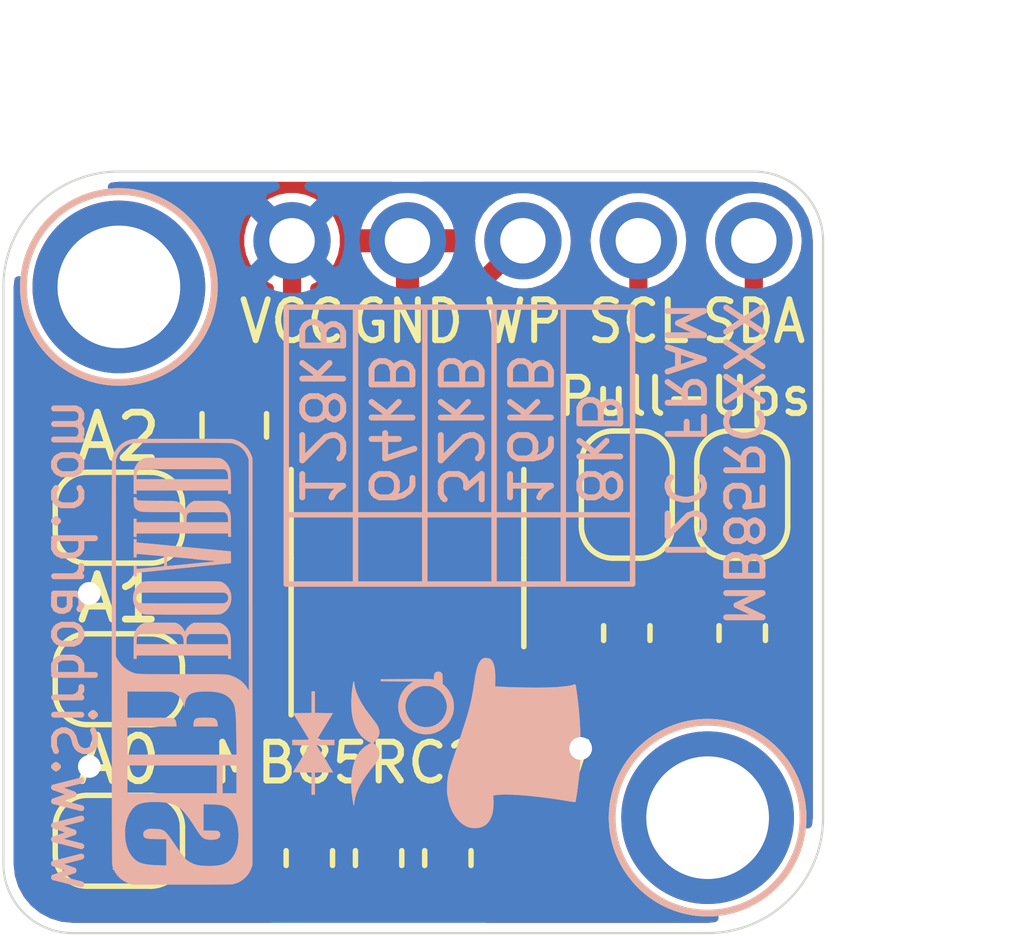
<source format=kicad_pcb>
(kicad_pcb (version 20171130) (host pcbnew "(5.1.2)-2")

  (general
    (thickness 1.6)
    (drawings 38)
    (tracks 62)
    (zones 0)
    (modules 17)
    (nets 11)
  )

  (page User 132.004 102.006)
  (title_block
    (title "MB85RCXXX Based FRAM Module")
    (date 2019-12-06)
    (rev 1)
    (company www.SirBoard.com)
    (comment 1 SirBoard)
    (comment 2 SirKeep)
    (comment 3 "MB85RC64, MB85RC128, MB85RC256, MB85RC512, MB85RC1M")
  )

  (layers
    (0 F.Cu signal)
    (31 B.Cu signal)
    (32 B.Adhes user hide)
    (33 F.Adhes user hide)
    (34 B.Paste user hide)
    (35 F.Paste user hide)
    (36 B.SilkS user)
    (37 F.SilkS user)
    (38 B.Mask user hide)
    (39 F.Mask user hide)
    (40 Dwgs.User user)
    (41 Cmts.User user hide)
    (42 Eco1.User user hide)
    (43 Eco2.User user hide)
    (44 Edge.Cuts user)
    (45 Margin user hide)
    (46 B.CrtYd user hide)
    (47 F.CrtYd user hide)
    (48 B.Fab user hide)
    (49 F.Fab user hide)
  )

  (setup
    (last_trace_width 0.127)
    (user_trace_width 0.127)
    (user_trace_width 0.15)
    (user_trace_width 0.2)
    (user_trace_width 0.25)
    (user_trace_width 0.3)
    (user_trace_width 0.4)
    (user_trace_width 0.5)
    (user_trace_width 0.6)
    (user_trace_width 0.7)
    (user_trace_width 0.8)
    (user_trace_width 0.9)
    (user_trace_width 1)
    (user_trace_width 1.5)
    (user_trace_width 2)
    (trace_clearance 0.127)
    (zone_clearance 0.2)
    (zone_45_only no)
    (trace_min 0.127)
    (via_size 0.6)
    (via_drill 0.3)
    (via_min_size 0.6)
    (via_min_drill 0.3)
    (user_via 0.6 0.3)
    (user_via 0.8 0.4)
    (user_via 1 0.5)
    (user_via 1.6 0.8)
    (user_via 3.5 2.5)
    (uvia_size 0.45)
    (uvia_drill 0.2)
    (uvias_allowed no)
    (uvia_min_size 0.45)
    (uvia_min_drill 0.1)
    (edge_width 0.05)
    (segment_width 0.2)
    (pcb_text_width 0.3)
    (pcb_text_size 1.5 1.5)
    (mod_edge_width 0.12)
    (mod_text_size 0.8 0.9)
    (mod_text_width 0.13)
    (pad_size 1.7 1.7)
    (pad_drill 1)
    (pad_to_mask_clearance 0)
    (solder_mask_min_width 0.1)
    (aux_axis_origin 0 0)
    (visible_elements 7FFFFFFF)
    (pcbplotparams
      (layerselection 0x010f0_ffffffff)
      (usegerberextensions false)
      (usegerberattributes false)
      (usegerberadvancedattributes false)
      (creategerberjobfile false)
      (excludeedgelayer true)
      (linewidth 0.100000)
      (plotframeref false)
      (viasonmask false)
      (mode 1)
      (useauxorigin true)
      (hpglpennumber 1)
      (hpglpenspeed 20)
      (hpglpendiameter 15.000000)
      (psnegative false)
      (psa4output false)
      (plotreference true)
      (plotvalue false)
      (plotinvisibletext false)
      (padsonsilk false)
      (subtractmaskfromsilk false)
      (outputformat 1)
      (mirror false)
      (drillshape 0)
      (scaleselection 1)
      (outputdirectory "C:/Users/elisha3/Desktop/GitHub/Gerbers/SirMicro/"))
  )

  (net 0 "")
  (net 1 GND)
  (net 2 SCL)
  (net 3 SDA)
  (net 4 VCC)
  (net 5 /A0)
  (net 6 /A1)
  (net 7 /A2)
  (net 8 WP)
  (net 9 "Net-(R1-Pad1)")
  (net 10 "Net-(R2-Pad1)")

  (net_class Default "This is the default net class."
    (clearance 0.127)
    (trace_width 0.127)
    (via_dia 0.6)
    (via_drill 0.3)
    (uvia_dia 0.45)
    (uvia_drill 0.2)
    (add_net /A0)
    (add_net /A1)
    (add_net /A2)
    (add_net GND)
    (add_net "Net-(R1-Pad1)")
    (add_net "Net-(R2-Pad1)")
    (add_net SCL)
    (add_net SDA)
    (add_net VCC)
    (add_net WP)
  )

  (module logo:logo63x89 (layer B.Cu) (tedit 0) (tstamp 5DE5FA7C)
    (at 59.055 46.609 90)
    (fp_text reference G*** (at 0 0 90) (layer B.SilkS) hide
      (effects (font (size 1.524 1.524) (thickness 0.3)) (justify mirror))
    )
    (fp_text value LOGO (at 0.75 0 90) (layer B.SilkS) hide
      (effects (font (size 1.524 1.524) (thickness 0.3)) (justify mirror))
    )
    (fp_poly (pts (xy 0.294608 3.163061) (xy 0.571806 3.147075) (xy 0.845525 3.12179) (xy 1.112846 3.087234)
      (xy 1.1557 3.080712) (xy 1.205559 3.073027) (xy 1.240937 3.067267) (xy 1.26402 3.062384)
      (xy 1.276999 3.057331) (xy 1.28206 3.05106) (xy 1.281394 3.042525) (xy 1.277187 3.030677)
      (xy 1.274652 3.023788) (xy 1.26104 2.975414) (xy 1.248531 2.91085) (xy 1.237236 2.830812)
      (xy 1.227262 2.736013) (xy 1.223018 2.686005) (xy 1.218452 2.613652) (xy 1.214914 2.526733)
      (xy 1.212387 2.427586) (xy 1.210853 2.318547) (xy 1.210297 2.201952) (xy 1.210701 2.080137)
      (xy 1.212048 1.955439) (xy 1.214321 1.830193) (xy 1.217504 1.706737) (xy 1.221579 1.587406)
      (xy 1.226531 1.474536) (xy 1.232341 1.370465) (xy 1.232537 1.367366) (xy 1.237378 1.291166)
      (xy 1.389606 1.293975) (xy 1.494696 1.293609) (xy 1.584608 1.288254) (xy 1.660385 1.277783)
      (xy 1.723067 1.262072) (xy 1.755989 1.249565) (xy 1.802744 1.224372) (xy 1.834625 1.195291)
      (xy 1.853673 1.159268) (xy 1.861927 1.113251) (xy 1.862666 1.089911) (xy 1.86176 1.058721)
      (xy 1.857543 1.037582) (xy 1.847767 1.019644) (xy 1.833954 1.002437) (xy 1.805293 0.974383)
      (xy 1.769206 0.949262) (xy 1.724366 0.926655) (xy 1.669445 0.906139) (xy 1.603117 0.887293)
      (xy 1.524056 0.869697) (xy 1.430934 0.852929) (xy 1.322424 0.836569) (xy 1.302958 0.83388)
      (xy 1.134803 0.808425) (xy 0.976069 0.778909) (xy 0.819435 0.7438) (xy 0.657581 0.701565)
      (xy 0.618066 0.690459) (xy 0.589196 0.681835) (xy 0.546072 0.668389) (xy 0.49049 0.650709)
      (xy 0.42424 0.629383) (xy 0.349117 0.604999) (xy 0.266914 0.578144) (xy 0.179423 0.549409)
      (xy 0.088438 0.519379) (xy -0.004248 0.488643) (xy -0.096842 0.45779) (xy -0.187552 0.427408)
      (xy -0.274583 0.398084) (xy -0.311148 0.385703) (xy -0.396359 0.356954) (xy -0.467901 0.333229)
      (xy -0.528062 0.313876) (xy -0.579127 0.298245) (xy -0.623382 0.285683) (xy -0.663113 0.275541)
      (xy -0.700606 0.267166) (xy -0.738148 0.259907) (xy -0.7747 0.253655) (xy -0.826831 0.246959)
      (xy -0.887987 0.241974) (xy -0.953191 0.238851) (xy -1.017467 0.237737) (xy -1.075838 0.238783)
      (xy -1.123326 0.242138) (xy -1.130301 0.242994) (xy -1.268862 0.267698) (xy -1.394466 0.303136)
      (xy -1.507331 0.349409) (xy -1.607673 0.406613) (xy -1.695713 0.474848) (xy -1.739521 0.5177)
      (xy -1.796628 0.586461) (xy -1.837976 0.655473) (xy -1.864599 0.727169) (xy -1.87753 0.803983)
      (xy -1.879187 0.846667) (xy -1.872156 0.931089) (xy -1.851093 1.006044) (xy -1.816039 1.071479)
      (xy -1.767038 1.12734) (xy -1.704132 1.173574) (xy -1.627363 1.210127) (xy -1.57474 1.22737)
      (xy -1.515249 1.240471) (xy -1.444985 1.250129) (xy -1.36985 1.255855) (xy -1.295745 1.257161)
      (xy -1.24315 1.25485) (xy -1.161266 1.248521) (xy -1.156405 1.272826) (xy -1.146634 1.339587)
      (xy -1.140746 1.421782) (xy -1.13866 1.518384) (xy -1.140292 1.628364) (xy -1.145562 1.750694)
      (xy -1.154386 1.884346) (xy -1.166683 2.028293) (xy -1.18237 2.181505) (xy -1.201366 2.342956)
      (xy -1.223587 2.511616) (xy -1.248953 2.686459) (xy -1.27738 2.866455) (xy -1.289639 2.939955)
      (xy -1.297329 2.98647) (xy -1.302067 3.018943) (xy -1.303992 3.039982) (xy -1.303242 3.052193)
      (xy -1.299955 3.058185) (xy -1.296017 3.060135) (xy -1.279578 3.063759) (xy -1.249509 3.069312)
      (xy -1.208934 3.076274) (xy -1.160979 3.084127) (xy -1.108768 3.092349) (xy -1.055427 3.100421)
      (xy -1.0414 3.102484) (xy -0.790594 3.13343) (xy -0.52867 3.154932) (xy -0.258549 3.167018)
      (xy 0.01685 3.169718) (xy 0.294608 3.163061)) (layer B.SilkS) (width 0.01))
    (fp_poly (pts (xy 0.848142 0.381208) (xy 0.909974 0.374338) (xy 0.934034 0.369465) (xy 1.017983 0.342044)
      (xy 1.100067 0.301697) (xy 1.175818 0.2511) (xy 1.240767 0.192927) (xy 1.254901 0.177389)
      (xy 1.291166 0.135658) (xy 1.398983 0.135562) (xy 1.443468 0.135405) (xy 1.474472 0.134605)
      (xy 1.495444 0.13253) (xy 1.509835 0.128549) (xy 1.521097 0.12203) (xy 1.53268 0.11234)
      (xy 1.534449 0.110761) (xy 1.551614 0.093071) (xy 1.559753 0.075496) (xy 1.562058 0.050321)
      (xy 1.5621 0.043917) (xy 1.556852 0.006725) (xy 1.540371 -0.020557) (xy 1.511555 -0.038696)
      (xy 1.469297 -0.048458) (xy 1.425756 -0.050753) (xy 1.382547 -0.0508) (xy 1.392651 -0.091017)
      (xy 1.394827 -0.104575) (xy 1.396619 -0.127004) (xy 1.398036 -0.159252) (xy 1.399089 -0.202264)
      (xy 1.399787 -0.256988) (xy 1.400142 -0.32437) (xy 1.400161 -0.405357) (xy 1.399856 -0.500895)
      (xy 1.399237 -0.611932) (xy 1.3988 -0.675217) (xy 1.394844 -1.2192) (xy 1.354846 -1.2192)
      (xy 1.352639 -0.853017) (xy 1.350433 -0.486834) (xy 1.323709 -0.5334) (xy 1.268153 -0.614049)
      (xy 1.201861 -0.682866) (xy 1.126597 -0.739441) (xy 1.044125 -0.783366) (xy 0.95621 -0.814232)
      (xy 0.864614 -0.83163) (xy 0.771102 -0.835151) (xy 0.677439 -0.824386) (xy 0.585387 -0.798926)
      (xy 0.496711 -0.758362) (xy 0.457199 -0.734293) (xy 0.43476 -0.717239) (xy 0.405345 -0.691851)
      (xy 0.373526 -0.662177) (xy 0.354966 -0.643778) (xy 0.291916 -0.567767) (xy 0.243074 -0.483091)
      (xy 0.208964 -0.391057) (xy 0.190109 -0.292972) (xy 0.187074 -0.237045) (xy 0.338515 -0.237045)
      (xy 0.346999 -0.315719) (xy 0.369533 -0.393307) (xy 0.406698 -0.468082) (xy 0.453178 -0.5316)
      (xy 0.511858 -0.587115) (xy 0.580826 -0.630974) (xy 0.657284 -0.662271) (xy 0.738436 -0.680101)
      (xy 0.821485 -0.683557) (xy 0.893233 -0.674139) (xy 0.97638 -0.647672) (xy 1.051504 -0.606843)
      (xy 1.11731 -0.552828) (xy 1.172506 -0.486803) (xy 1.215799 -0.409943) (xy 1.233701 -0.364556)
      (xy 1.246135 -0.312566) (xy 1.252482 -0.251653) (xy 1.252591 -0.188644) (xy 1.246309 -0.130367)
      (xy 1.239559 -0.10102) (xy 1.207396 -0.020588) (xy 1.161425 0.051645) (xy 1.103414 0.114052)
      (xy 1.03513 0.165002) (xy 0.95834 0.202868) (xy 0.88724 0.223645) (xy 0.841123 0.232166)
      (xy 0.80434 0.235913) (xy 0.769985 0.234914) (xy 0.731153 0.229197) (xy 0.706966 0.224384)
      (xy 0.623897 0.199141) (xy 0.550244 0.16118) (xy 0.486587 0.112225) (xy 0.433505 0.054004)
      (xy 0.391578 -0.01176) (xy 0.361384 -0.08334) (xy 0.343504 -0.15901) (xy 0.338515 -0.237045)
      (xy 0.187074 -0.237045) (xy 0.186266 -0.222173) (xy 0.194445 -0.125221) (xy 0.218159 -0.032159)
      (xy 0.256171 0.055462) (xy 0.307244 0.136093) (xy 0.370142 0.208183) (xy 0.44363 0.270183)
      (xy 0.526469 0.320543) (xy 0.617425 0.357713) (xy 0.657911 0.369058) (xy 0.714914 0.378558)
      (xy 0.780723 0.382611) (xy 0.848142 0.381208)) (layer B.SilkS) (width 0.01))
    (fp_poly (pts (xy 0.277666 -1.259842) (xy 0.315987 -1.270149) (xy 0.340339 -1.278993) (xy 0.366514 -1.291478)
      (xy 0.396307 -1.308801) (xy 0.431509 -1.332163) (xy 0.473914 -1.362763) (xy 0.525314 -1.4018)
      (xy 0.587504 -1.450473) (xy 0.598126 -1.45888) (xy 0.728848 -1.556458) (xy 0.85485 -1.638332)
      (xy 0.975991 -1.70443) (xy 1.092127 -1.754679) (xy 1.203115 -1.789008) (xy 1.286187 -1.804708)
      (xy 1.317528 -1.809142) (xy 1.337997 -1.813029) (xy 1.346722 -1.816769) (xy 1.342832 -1.820765)
      (xy 1.325456 -1.825418) (xy 1.293721 -1.831128) (xy 1.246758 -1.838297) (xy 1.198033 -1.845295)
      (xy 1.074247 -1.859396) (xy 0.950036 -1.866991) (xy 0.828936 -1.868099) (xy 0.714487 -1.862739)
      (xy 0.610228 -1.850933) (xy 0.55862 -1.841721) (xy 0.440667 -1.81091) (xy 0.334383 -1.769725)
      (xy 0.240354 -1.718557) (xy 0.159163 -1.657792) (xy 0.091397 -1.587822) (xy 0.03764 -1.509035)
      (xy 0.026212 -1.487518) (xy -0.005006 -1.425377) (xy -0.028011 -1.472572) (xy -0.078998 -1.55819)
      (xy -0.143494 -1.633714) (xy -0.221328 -1.699032) (xy -0.31233 -1.754033) (xy -0.416331 -1.798603)
      (xy -0.533158 -1.832632) (xy -0.593607 -1.845163) (xy -0.654366 -1.853927) (xy -0.72725 -1.860692)
      (xy -0.807546 -1.865283) (xy -0.890545 -1.867526) (xy -0.971536 -1.867244) (xy -1.045807 -1.864264)
      (xy -1.066801 -1.862759) (xy -1.098101 -1.859681) (xy -1.137644 -1.854979) (xy -1.18225 -1.849124)
      (xy -1.228744 -1.842589) (xy -1.273947 -1.835846) (xy -1.314683 -1.829367) (xy -1.347774 -1.823625)
      (xy -1.370043 -1.819093) (xy -1.37817 -1.816474) (xy -1.371708 -1.814576) (xy -1.35252 -1.811726)
      (xy -1.324741 -1.808537) (xy -1.324373 -1.808499) (xy -1.231302 -1.79363) (xy -1.136422 -1.767618)
      (xy -1.03867 -1.729922) (xy -0.936985 -1.68) (xy -0.830304 -1.617311) (xy -0.717565 -1.541314)
      (xy -0.597705 -1.451466) (xy -0.550334 -1.413791) (xy -0.495945 -1.370673) (xy -0.451376 -1.337332)
      (xy -0.413971 -1.312099) (xy -0.381075 -1.293304) (xy -0.350029 -1.279275) (xy -0.319827 -1.26884)
      (xy -0.253545 -1.256661) (xy -0.190402 -1.261014) (xy -0.131226 -1.281656) (xy -0.076844 -1.318343)
      (xy -0.045611 -1.349367) (xy -0.006623 -1.393588) (xy 0.045372 -1.341637) (xy 0.083566 -1.30709)
      (xy 0.118925 -1.283687) (xy 0.146367 -1.271376) (xy 0.191459 -1.257917) (xy 0.233095 -1.254088)
      (xy 0.277666 -1.259842)) (layer B.SilkS) (width 0.01))
    (fp_poly (pts (xy 0.059266 -2.439106) (xy 0.059544 -2.494396) (xy 0.060322 -2.543378) (xy 0.06152 -2.583738)
      (xy 0.063058 -2.613161) (xy 0.064853 -2.629334) (xy 0.066003 -2.631722) (xy 0.074999 -2.626632)
      (xy 0.096134 -2.614093) (xy 0.1271 -2.595493) (xy 0.165591 -2.572217) (xy 0.2093 -2.545652)
      (xy 0.216287 -2.541394) (xy 0.274245 -2.506062) (xy 0.340354 -2.46576) (xy 0.408304 -2.424335)
      (xy 0.471786 -2.385633) (xy 0.503766 -2.366135) (xy 0.647699 -2.278382) (xy 0.649969 -2.476925)
      (xy 0.652239 -2.675467) (xy 1.126066 -2.675467) (xy 1.126066 -2.7432) (xy 0.652234 -2.7432)
      (xy 0.649967 -2.945489) (xy 0.647699 -3.147778) (xy 0.50722 -3.061906) (xy 0.45154 -3.027867)
      (xy 0.38731 -2.988597) (xy 0.320426 -2.9477) (xy 0.256782 -2.908781) (xy 0.217925 -2.885017)
      (xy 0.172985 -2.857671) (xy 0.133011 -2.833613) (xy 0.100222 -2.814155) (xy 0.076835 -2.800612)
      (xy 0.065069 -2.794296) (xy 0.064188 -2.794) (xy 0.062758 -2.802064) (xy 0.061492 -2.824644)
      (xy 0.060452 -2.859324) (xy 0.059704 -2.903687) (xy 0.05931 -2.955317) (xy 0.059266 -2.980267)
      (xy 0.059266 -3.166533) (xy -0.050483 -3.166533) (xy -0.052758 -2.976146) (xy -0.055034 -2.785759)
      (xy -0.14069 -2.839341) (xy -0.175231 -2.860812) (xy -0.205207 -2.879194) (xy -0.227316 -2.892477)
      (xy -0.238056 -2.89856) (xy -0.248122 -2.904332) (xy -0.270621 -2.91778) (xy -0.303571 -2.9377)
      (xy -0.344987 -2.962888) (xy -0.392885 -2.992139) (xy -0.445281 -3.024251) (xy -0.448734 -3.026371)
      (xy -0.6477 -3.148546) (xy -0.649968 -2.945873) (xy -0.652235 -2.7432) (xy -1.143001 -2.7432)
      (xy -1.143001 -2.675467) (xy -0.651934 -2.675467) (xy -0.651934 -2.4765) (xy -0.651794 -2.420486)
      (xy -0.651402 -2.370572) (xy -0.650798 -2.329099) (xy -0.650023 -2.298402) (xy -0.649116 -2.280822)
      (xy -0.648493 -2.277533) (xy -0.640429 -2.28172) (xy -0.620666 -2.293209) (xy -0.591907 -2.310399)
      (xy -0.556855 -2.331683) (xy -0.544777 -2.339082) (xy -0.500282 -2.366345) (xy -0.447084 -2.398868)
      (xy -0.390955 -2.433126) (xy -0.33767 -2.465592) (xy -0.321734 -2.475287) (xy -0.273836 -2.504453)
      (xy -0.224247 -2.534712) (xy -0.17765 -2.563203) (xy -0.138726 -2.587066) (xy -0.124884 -2.59558)
      (xy -0.0508 -2.641214) (xy -0.0508 -2.243667) (xy 0.059266 -2.243667) (xy 0.059266 -2.439106)) (layer B.SilkS) (width 0.01))
  )

  (module Package_SO:SOIC-8_3.9x4.9mm_P1.27mm (layer F.Cu) (tedit 5C97300E) (tstamp 5DEAE008)
    (at 58.42 42.545 90)
    (descr "SOIC, 8 Pin (JEDEC MS-012AA, https://www.analog.com/media/en/package-pcb-resources/package/pkg_pdf/soic_narrow-r/r_8.pdf), generated with kicad-footprint-generator ipc_gullwing_generator.py")
    (tags "SOIC SO")
    (path /5DEB39FE)
    (attr smd)
    (fp_text reference MB85RC256V (at -4.5085 -0.127 180) (layer F.SilkS)
      (effects (font (size 0.85 0.85) (thickness 0.135)))
    )
    (fp_text value MB85RC256V (at 0 3.4 90) (layer F.Fab)
      (effects (font (size 1 1) (thickness 0.15)))
    )
    (fp_text user %R (at 0 0 90) (layer F.Fab)
      (effects (font (size 0.98 0.98) (thickness 0.15)))
    )
    (fp_line (start 3.7 -2.7) (end -3.7 -2.7) (layer F.CrtYd) (width 0.05))
    (fp_line (start 3.7 2.7) (end 3.7 -2.7) (layer F.CrtYd) (width 0.05))
    (fp_line (start -3.7 2.7) (end 3.7 2.7) (layer F.CrtYd) (width 0.05))
    (fp_line (start -3.7 -2.7) (end -3.7 2.7) (layer F.CrtYd) (width 0.05))
    (fp_line (start -1.95 -1.475) (end -0.975 -2.45) (layer F.Fab) (width 0.1))
    (fp_line (start -1.95 2.45) (end -1.95 -1.475) (layer F.Fab) (width 0.1))
    (fp_line (start 1.95 2.45) (end -1.95 2.45) (layer F.Fab) (width 0.1))
    (fp_line (start 1.95 -2.45) (end 1.95 2.45) (layer F.Fab) (width 0.1))
    (fp_line (start -0.975 -2.45) (end 1.95 -2.45) (layer F.Fab) (width 0.1))
    (fp_line (start 0 -2.56) (end -3.45 -2.56) (layer F.SilkS) (width 0.12))
    (fp_line (start 0 -2.56) (end 1.95 -2.56) (layer F.SilkS) (width 0.12))
    (fp_line (start 0 2.56) (end -1.95 2.56) (layer F.SilkS) (width 0.12))
    (fp_line (start 0 2.56) (end 1.95 2.56) (layer F.SilkS) (width 0.12))
    (pad 8 smd roundrect (at 2.475 -1.905 90) (size 1.95 0.6) (layers F.Cu F.Paste F.Mask) (roundrect_rratio 0.25)
      (net 4 VCC))
    (pad 7 smd roundrect (at 2.475 -0.635 90) (size 1.95 0.6) (layers F.Cu F.Paste F.Mask) (roundrect_rratio 0.25)
      (net 8 WP))
    (pad 6 smd roundrect (at 2.475 0.635 90) (size 1.95 0.6) (layers F.Cu F.Paste F.Mask) (roundrect_rratio 0.25)
      (net 2 SCL))
    (pad 5 smd roundrect (at 2.475 1.905 90) (size 1.95 0.6) (layers F.Cu F.Paste F.Mask) (roundrect_rratio 0.25)
      (net 3 SDA))
    (pad 4 smd roundrect (at -2.475 1.905 90) (size 1.95 0.6) (layers F.Cu F.Paste F.Mask) (roundrect_rratio 0.25)
      (net 1 GND))
    (pad 3 smd roundrect (at -2.475 0.635 90) (size 1.95 0.6) (layers F.Cu F.Paste F.Mask) (roundrect_rratio 0.25)
      (net 7 /A2))
    (pad 2 smd roundrect (at -2.475 -0.635 90) (size 1.95 0.6) (layers F.Cu F.Paste F.Mask) (roundrect_rratio 0.25)
      (net 6 /A1))
    (pad 1 smd roundrect (at -2.475 -1.905 90) (size 1.95 0.6) (layers F.Cu F.Paste F.Mask) (roundrect_rratio 0.25)
      (net 5 /A0))
    (model ${KISYS3DMOD}/Package_SO.3dshapes/SOIC-8_3.9x4.9mm_P1.27mm.wrl
      (at (xyz 0 0 0))
      (scale (xyz 1 1 1))
      (rotate (xyz 0 0 0))
    )
  )

  (module logo:SirBoard98x31 (layer B.Cu) (tedit 0) (tstamp 5DE5FB5E)
    (at 53.467 44.831 90)
    (fp_text reference G*** (at 0 0 90) (layer B.SilkS) hide
      (effects (font (size 1.524 1.524) (thickness 0.3)) (justify mirror))
    )
    (fp_text value LOGO (at 0.75 0 90) (layer B.SilkS) hide
      (effects (font (size 1.524 1.524) (thickness 0.3)) (justify mirror))
    )
    (fp_poly (pts (xy -1.334868 0.770261) (xy -1.296392 0.756996) (xy -1.266987 0.734987) (xy -1.246785 0.704317)
      (xy -1.241064 0.688829) (xy -1.238088 0.672122) (xy -1.23565 0.645116) (xy -1.233769 0.610202)
      (xy -1.232464 0.56977) (xy -1.231755 0.52621) (xy -1.231659 0.481913) (xy -1.232196 0.43927)
      (xy -1.233385 0.400671) (xy -1.235245 0.368506) (xy -1.237795 0.345166) (xy -1.238311 0.34218)
      (xy -1.24858 0.307816) (xy -1.265582 0.282169) (xy -1.290549 0.264343) (xy -1.32471 0.253445)
      (xy -1.366838 0.248689) (xy -1.41605 0.246306) (xy -1.41605 0.7747) (xy -1.382278 0.7747)
      (xy -1.334868 0.770261)) (layer B.SilkS) (width 0.01))
    (fp_poly (pts (xy 3.948112 1.065045) (xy 4.013772 1.064113) (xy 4.068018 1.063129) (xy 4.112139 1.062033)
      (xy 4.147419 1.060764) (xy 4.175147 1.059258) (xy 4.196608 1.057456) (xy 4.21309 1.055294)
      (xy 4.225879 1.052713) (xy 4.230221 1.051557) (xy 4.294012 1.027902) (xy 4.351034 0.995831)
      (xy 4.400081 0.956391) (xy 4.439947 0.910632) (xy 4.469424 0.859603) (xy 4.478882 0.835482)
      (xy 4.480434 0.830097) (xy 4.481828 0.823175) (xy 4.483071 0.814047) (xy 4.484173 0.802044)
      (xy 4.485142 0.786497) (xy 4.485986 0.766739) (xy 4.486714 0.742099) (xy 4.487333 0.71191)
      (xy 4.487854 0.675503) (xy 4.488283 0.632208) (xy 4.488629 0.581357) (xy 4.488902 0.522282)
      (xy 4.489108 0.454314) (xy 4.489257 0.376783) (xy 4.489357 0.289022) (xy 4.489417 0.190361)
      (xy 4.489445 0.080132) (xy 4.48945 -0.003312) (xy 4.489445 -0.121255) (xy 4.489424 -0.227178)
      (xy 4.489376 -0.32176) (xy 4.489293 -0.40568) (xy 4.489163 -0.479619) (xy 4.488978 -0.544254)
      (xy 4.488726 -0.600266) (xy 4.488399 -0.648335) (xy 4.487986 -0.689139) (xy 4.487477 -0.723359)
      (xy 4.486863 -0.751673) (xy 4.486133 -0.774761) (xy 4.485278 -0.793303) (xy 4.484287 -0.807977)
      (xy 4.483151 -0.819465) (xy 4.481859 -0.828444) (xy 4.480403 -0.835595) (xy 4.478771 -0.841596)
      (xy 4.477128 -0.846623) (xy 4.453388 -0.896872) (xy 4.418842 -0.943299) (xy 4.375154 -0.984485)
      (xy 4.323992 -1.01901) (xy 4.267018 -1.045453) (xy 4.230548 -1.056899) (xy 4.218373 -1.059529)
      (xy 4.20328 -1.061668) (xy 4.183954 -1.063364) (xy 4.159082 -1.064661) (xy 4.127351 -1.065606)
      (xy 4.087447 -1.066244) (xy 4.038057 -1.066621) (xy 3.977866 -1.066784) (xy 3.947195 -1.0668)
      (xy 3.70205 -1.0668) (xy 3.70205 -1.010685) (xy 4.01955 -1.010685) (xy 4.098358 -1.00858)
      (xy 4.131373 -1.007576) (xy 4.154427 -1.006264) (xy 4.170256 -1.004075) (xy 4.181596 -1.000439)
      (xy 4.191183 -0.994789) (xy 4.200877 -0.987265) (xy 4.218338 -0.970356) (xy 4.233152 -0.951452)
      (xy 4.236427 -0.94599) (xy 4.238045 -0.942629) (xy 4.239507 -0.938464) (xy 4.24082 -0.932875)
      (xy 4.241989 -0.925242) (xy 4.243021 -0.914942) (xy 4.243924 -0.901356) (xy 4.244703 -0.883863)
      (xy 4.245366 -0.861841) (xy 4.245919 -0.834671) (xy 4.246369 -0.801731) (xy 4.246722 -0.762401)
      (xy 4.246986 -0.716059) (xy 4.247166 -0.662085) (xy 4.24727 -0.599859) (xy 4.247303 -0.528758)
      (xy 4.247274 -0.448164) (xy 4.247188 -0.357454) (xy 4.247053 -0.256008) (xy 4.246874 -0.143205)
      (xy 4.246659 -0.018425) (xy 4.24662 0.003175) (xy 4.244975 0.930275) (xy 4.227002 0.953768)
      (xy 4.206224 0.975479) (xy 4.180782 0.991026) (xy 4.148465 1.001262) (xy 4.10706 1.007039)
      (xy 4.085143 1.008398) (xy 4.01955 1.011315) (xy 4.01955 -1.010685) (xy 3.70205 -1.010685)
      (xy 3.70205 -1.00965) (xy 3.77825 -1.00965) (xy 3.77825 1.00965) (xy 3.70205 1.00965)
      (xy 3.70205 1.068223) (xy 3.948112 1.065045)) (layer B.SilkS) (width 0.01))
    (fp_poly (pts (xy 3.001962 1.065045) (xy 3.067622 1.064113) (xy 3.121868 1.063129) (xy 3.165989 1.062033)
      (xy 3.201269 1.060764) (xy 3.228997 1.059258) (xy 3.250458 1.057456) (xy 3.26694 1.055294)
      (xy 3.279729 1.052713) (xy 3.284071 1.051557) (xy 3.347955 1.027878) (xy 3.404993 0.995801)
      (xy 3.454004 0.95636) (xy 3.493808 0.910584) (xy 3.523224 0.859504) (xy 3.533106 0.834017)
      (xy 3.53576 0.824889) (xy 3.537924 0.814282) (xy 3.539635 0.800942) (xy 3.54093 0.783616)
      (xy 3.541844 0.761051) (xy 3.542416 0.731995) (xy 3.542681 0.695194) (xy 3.542677 0.649394)
      (xy 3.54244 0.593343) (xy 3.54203 0.529217) (xy 3.540125 0.257175) (xy 3.519529 0.21508)
      (xy 3.494525 0.175335) (xy 3.460396 0.137183) (xy 3.420595 0.103968) (xy 3.379572 0.079507)
      (xy 3.359885 0.069573) (xy 3.34574 0.061319) (xy 3.340106 0.056485) (xy 3.3401 0.056402)
      (xy 3.345417 0.05153) (xy 3.358292 0.045705) (xy 3.359075 0.045428) (xy 3.389753 0.030739)
      (xy 3.423362 0.008155) (xy 3.456231 -0.01937) (xy 3.484688 -0.04888) (xy 3.498368 -0.066675)
      (xy 3.506523 -0.078479) (xy 3.51354 -0.088941) (xy 3.519511 -0.099066) (xy 3.524531 -0.109863)
      (xy 3.52869 -0.122339) (xy 3.532081 -0.137501) (xy 3.534798 -0.156356) (xy 3.536932 -0.179912)
      (xy 3.538577 -0.209176) (xy 3.539824 -0.245156) (xy 3.540767 -0.288858) (xy 3.541497 -0.34129)
      (xy 3.542108 -0.40346) (xy 3.542692 -0.476375) (xy 3.5433 -0.555625) (xy 3.543961 -0.639343)
      (xy 3.544585 -0.711303) (xy 3.545236 -0.772447) (xy 3.545981 -0.823716) (xy 3.546886 -0.866051)
      (xy 3.548017 -0.900395) (xy 3.549439 -0.927688) (xy 3.551219 -0.948873) (xy 3.553421 -0.964891)
      (xy 3.556113 -0.976683) (xy 3.55936 -0.985191) (xy 3.563228 -0.991357) (xy 3.567782 -0.996122)
      (xy 3.573089 -1.000427) (xy 3.574499 -1.00151) (xy 3.588393 -1.007484) (xy 3.602037 -1.009448)
      (xy 3.612711 -1.010537) (xy 3.617819 -1.015761) (xy 3.619398 -1.028544) (xy 3.6195 -1.03882)
      (xy 3.6195 -1.06799) (xy 3.529012 -1.065381) (xy 3.490774 -1.063991) (xy 3.46258 -1.062128)
      (xy 3.441773 -1.059432) (xy 3.425698 -1.055546) (xy 3.411699 -1.050109) (xy 3.40995 -1.049297)
      (xy 3.37361 -1.026402) (xy 3.345502 -0.995481) (xy 3.325138 -0.955714) (xy 3.312033 -0.906284)
      (xy 3.308043 -0.877611) (xy 3.306983 -0.861183) (xy 3.305981 -0.833373) (xy 3.305055 -0.795503)
      (xy 3.304224 -0.74889) (xy 3.303505 -0.694855) (xy 3.302917 -0.634716) (xy 3.302476 -0.569794)
      (xy 3.302202 -0.501406) (xy 3.302112 -0.44098) (xy 3.302 -0.059636) (xy 3.28367 -0.030733)
      (xy 3.265424 -0.007558) (xy 3.243052 0.009276) (xy 3.214395 0.020681) (xy 3.177293 0.027572)
      (xy 3.138993 0.030498) (xy 3.0734 0.033415) (xy 3.0734 -1.00965) (xy 3.1496 -1.00965)
      (xy 3.1496 -1.0668) (xy 2.7559 -1.0668) (xy 2.7559 -1.00965) (xy 2.8321 -1.00965)
      (xy 2.8321 0.087865) (xy 3.0734 0.087865) (xy 3.152208 0.08997) (xy 3.185223 0.090974)
      (xy 3.208277 0.092286) (xy 3.224106 0.094475) (xy 3.235446 0.098111) (xy 3.245033 0.103761)
      (xy 3.254727 0.111285) (xy 3.26434 0.118914) (xy 3.272566 0.125713) (xy 3.279507 0.132677)
      (xy 3.285268 0.140807) (xy 3.289951 0.151099) (xy 3.293661 0.164553) (xy 3.296502 0.182167)
      (xy 3.298576 0.204938) (xy 3.299988 0.233865) (xy 3.30084 0.269947) (xy 3.301237 0.314181)
      (xy 3.301283 0.367566) (xy 3.30108 0.4311) (xy 3.300733 0.505781) (xy 3.300516 0.55245)
      (xy 3.298825 0.930275) (xy 3.280852 0.953768) (xy 3.260074 0.975479) (xy 3.234632 0.991026)
      (xy 3.202315 1.001262) (xy 3.16091 1.007039) (xy 3.138993 1.008398) (xy 3.0734 1.011315)
      (xy 3.0734 0.087865) (xy 2.8321 0.087865) (xy 2.8321 1.00965) (xy 2.7559 1.00965)
      (xy 2.7559 1.068223) (xy 3.001962 1.065045)) (layer B.SilkS) (width 0.01))
    (fp_poly (pts (xy 2.255698 1.067431) (xy 2.289396 1.06708) (xy 2.324118 1.066449) (xy 2.357546 1.06558)
      (xy 2.387366 1.064514) (xy 2.411261 1.063293) (xy 2.426916 1.061959) (xy 2.43205 1.060658)
      (xy 2.43264 1.053346) (xy 2.43436 1.03421) (xy 2.437132 1.004069) (xy 2.440877 0.963743)
      (xy 2.445519 0.91405) (xy 2.450979 0.855809) (xy 2.457179 0.789839) (xy 2.464043 0.716959)
      (xy 2.471492 0.637987) (xy 2.479448 0.553744) (xy 2.487834 0.465047) (xy 2.496572 0.372716)
      (xy 2.505584 0.27757) (xy 2.514793 0.180427) (xy 2.52412 0.082107) (xy 2.533489 -0.016573)
      (xy 2.54282 -0.114791) (xy 2.552037 -0.211731) (xy 2.561062 -0.306573) (xy 2.569817 -0.398497)
      (xy 2.578225 -0.486686) (xy 2.586207 -0.570319) (xy 2.593685 -0.648579) (xy 2.600583 -0.720646)
      (xy 2.606822 -0.785702) (xy 2.612325 -0.842927) (xy 2.617014 -0.891502) (xy 2.62081 -0.930609)
      (xy 2.623638 -0.959429) (xy 2.625417 -0.977142) (xy 2.62602 -0.982662) (xy 2.629678 -1.00965)
      (xy 2.69875 -1.00965) (xy 2.69875 -1.0668) (xy 2.30505 -1.0668) (xy 2.30505 -1.00965)
      (xy 2.34315 -1.00965) (xy 2.36424 -1.009386) (xy 2.375623 -1.007628) (xy 2.380293 -1.002924)
      (xy 2.381243 -0.993823) (xy 2.38125 -0.991179) (xy 2.380682 -0.981099) (xy 2.379058 -0.959768)
      (xy 2.376499 -0.928579) (xy 2.373123 -0.888926) (xy 2.369051 -0.842203) (xy 2.364402 -0.789804)
      (xy 2.359295 -0.733124) (xy 2.35585 -0.695325) (xy 2.350527 -0.636926) (xy 2.345582 -0.582161)
      (xy 2.341136 -0.532383) (xy 2.337305 -0.488946) (xy 2.334209 -0.453202) (xy 2.331967 -0.426507)
      (xy 2.330697 -0.410213) (xy 2.33045 -0.40582) (xy 2.329787 -0.401507) (xy 2.326652 -0.398358)
      (xy 2.319325 -0.396192) (xy 2.306087 -0.394825) (xy 2.285219 -0.394076) (xy 2.255002 -0.393761)
      (xy 2.21615 -0.3937) (xy 2.179637 -0.393906) (xy 2.14795 -0.394481) (xy 2.123092 -0.395355)
      (xy 2.107068 -0.396458) (xy 2.10185 -0.39763) (xy 2.101242 -0.404564) (xy 2.099504 -0.422861)
      (xy 2.09676 -0.451245) (xy 2.093133 -0.488443) (xy 2.088749 -0.533178) (xy 2.083732 -0.584177)
      (xy 2.078208 -0.640163) (xy 2.073275 -0.690021) (xy 2.067394 -0.749715) (xy 2.061922 -0.805914)
      (xy 2.056984 -0.857274) (xy 2.052706 -0.902452) (xy 2.049215 -0.940104) (xy 2.046636 -0.968886)
      (xy 2.045098 -0.987455) (xy 2.0447 -0.994065) (xy 2.045646 -1.002994) (xy 2.050553 -1.007644)
      (xy 2.062526 -1.009399) (xy 2.079625 -1.00965) (xy 2.11455 -1.00965) (xy 2.11455 -1.0668)
      (xy 1.88595 -1.0668) (xy 1.88595 -1.010256) (xy 1.925404 -1.008365) (xy 1.964859 -1.006475)
      (xy 2.033954 -0.331787) (xy 2.108021 -0.331787) (xy 2.109047 -0.335839) (xy 2.113139 -0.338772)
      (xy 2.122044 -0.340765) (xy 2.137509 -0.341994) (xy 2.16128 -0.342639) (xy 2.195104 -0.342877)
      (xy 2.217024 -0.3429) (xy 2.325848 -0.3429) (xy 2.322163 -0.309562) (xy 2.320832 -0.296181)
      (xy 2.318545 -0.271654) (xy 2.315435 -0.23749) (xy 2.311638 -0.195195) (xy 2.30729 -0.146278)
      (xy 2.302524 -0.092246) (xy 2.297476 -0.034607) (xy 2.294738 -0.003175) (xy 2.289649 0.054376)
      (xy 2.284747 0.107946) (xy 2.280163 0.156223) (xy 2.276031 0.197899) (xy 2.272481 0.231665)
      (xy 2.269647 0.256209) (xy 2.267659 0.270223) (xy 2.266908 0.27305) (xy 2.265479 0.279869)
      (xy 2.263141 0.297972) (xy 2.260032 0.325985) (xy 2.256291 0.362535) (xy 2.252059 0.40625)
      (xy 2.247473 0.455756) (xy 2.242674 0.50968) (xy 2.241304 0.525463) (xy 2.236488 0.58023)
      (xy 2.231868 0.630834) (xy 2.22758 0.675926) (xy 2.22376 0.714155) (xy 2.220544 0.744171)
      (xy 2.218067 0.764626) (xy 2.216467 0.774167) (xy 2.216185 0.7747) (xy 2.215181 0.768563)
      (xy 2.213086 0.750885) (xy 2.210009 0.72277) (xy 2.206056 0.685322) (xy 2.201336 0.639643)
      (xy 2.195957 0.586837) (xy 2.190026 0.528007) (xy 2.183652 0.464256) (xy 2.176942 0.396688)
      (xy 2.170004 0.326405) (xy 2.162945 0.254512) (xy 2.155875 0.18211) (xy 2.1489 0.110304)
      (xy 2.142128 0.040197) (xy 2.135668 -0.027109) (xy 2.129627 -0.09051) (xy 2.124113 -0.148902)
      (xy 2.119233 -0.201183) (xy 2.115097 -0.246249) (xy 2.11181 -0.282997) (xy 2.109482 -0.310324)
      (xy 2.10822 -0.327127) (xy 2.108021 -0.331787) (xy 2.033954 -0.331787) (xy 2.070859 0.028575)
      (xy 2.08247 0.14192) (xy 2.093731 0.251813) (xy 2.104577 0.357593) (xy 2.114937 0.458597)
      (xy 2.124746 0.554164) (xy 2.133933 0.643632) (xy 2.142431 0.726338) (xy 2.150173 0.801621)
      (xy 2.157089 0.868818) (xy 2.163113 0.927268) (xy 2.168175 0.976308) (xy 2.172209 1.015276)
      (xy 2.175145 1.04351) (xy 2.176915 1.060349) (xy 2.177455 1.065213) (xy 2.183901 1.066394)
      (xy 2.200634 1.06713) (xy 2.225339 1.067462) (xy 2.255698 1.067431)) (layer B.SilkS) (width 0.01))
    (fp_poly (pts (xy 0.315912 1.065045) (xy 0.379618 1.064193) (xy 0.432035 1.063338) (xy 0.474574 1.062405)
      (xy 0.508644 1.061319) (xy 0.535658 1.060003) (xy 0.557025 1.05838) (xy 0.574156 1.056377)
      (xy 0.588461 1.053916) (xy 0.601353 1.050921) (xy 0.607066 1.049379) (xy 0.670208 1.026095)
      (xy 0.726962 0.993722) (xy 0.775879 0.953382) (xy 0.815509 0.906199) (xy 0.835519 0.872552)
      (xy 0.860425 0.823475) (xy 0.860425 0.257175) (xy 0.839829 0.21508) (xy 0.814825 0.175335)
      (xy 0.780696 0.137183) (xy 0.740895 0.103968) (xy 0.699872 0.079507) (xy 0.680212 0.069713)
      (xy 0.66609 0.061804) (xy 0.66046 0.05744) (xy 0.660453 0.057368) (xy 0.665672 0.052995)
      (xy 0.679421 0.044537) (xy 0.698917 0.033686) (xy 0.702556 0.03175) (xy 0.750388 0.000861)
      (xy 0.792258 -0.037266) (xy 0.825553 -0.080017) (xy 0.839801 -0.105679) (xy 0.860425 -0.149225)
      (xy 0.862231 -0.478713) (xy 0.862603 -0.552976) (xy 0.862818 -0.615649) (xy 0.86285 -0.667843)
      (xy 0.862672 -0.710667) (xy 0.862258 -0.745231) (xy 0.861579 -0.772644) (xy 0.860611 -0.794018)
      (xy 0.859326 -0.810461) (xy 0.857697 -0.823083) (xy 0.855698 -0.832995) (xy 0.853512 -0.840663)
      (xy 0.830277 -0.892362) (xy 0.796171 -0.939891) (xy 0.752694 -0.981952) (xy 0.701346 -1.017247)
      (xy 0.643628 -1.044476) (xy 0.603341 -1.057251) (xy 0.591264 -1.059791) (xy 0.575716 -1.061861)
      (xy 0.555431 -1.063505) (xy 0.529144 -1.064763) (xy 0.495588 -1.065678) (xy 0.453498 -1.066293)
      (xy 0.401607 -1.066651) (xy 0.33865 -1.066793) (xy 0.31817 -1.0668) (xy 0.06985 -1.0668)
      (xy 0.06985 -1.00965) (xy 0.14605 -1.00965) (xy 0.38735 -1.00965) (xy 0.45837 -1.00965)
      (xy 0.492238 -1.009231) (xy 0.516639 -1.007692) (xy 0.534783 -1.004605) (xy 0.549884 -0.999542)
      (xy 0.556285 -0.99663) (xy 0.577654 -0.982846) (xy 0.597244 -0.964822) (xy 0.601152 -0.960117)
      (xy 0.619125 -0.936625) (xy 0.619125 -0.053047) (xy 0.602081 -0.027293) (xy 0.583806 -0.00538)
      (xy 0.560905 0.01059) (xy 0.531327 0.02143) (xy 0.493022 0.027951) (xy 0.455966 0.030555)
      (xy 0.38735 0.033382) (xy 0.38735 -1.00965) (xy 0.14605 -1.00965) (xy 0.14605 0.0889)
      (xy 0.38735 0.0889) (xy 0.45837 0.0889) (xy 0.492238 0.089319) (xy 0.516639 0.090858)
      (xy 0.534783 0.093945) (xy 0.549884 0.099008) (xy 0.556285 0.10192) (xy 0.577654 0.115704)
      (xy 0.597244 0.133728) (xy 0.601152 0.138433) (xy 0.619125 0.161925) (xy 0.619125 0.924853)
      (xy 0.602081 0.950607) (xy 0.583806 0.97252) (xy 0.560905 0.98849) (xy 0.531327 0.99933)
      (xy 0.493022 1.005851) (xy 0.455966 1.008455) (xy 0.38735 1.011282) (xy 0.38735 0.0889)
      (xy 0.14605 0.0889) (xy 0.14605 1.00965) (xy 0.06985 1.00965) (xy 0.06985 1.068134)
      (xy 0.315912 1.065045)) (layer B.SilkS) (width 0.01))
    (fp_poly (pts (xy 1.447906 1.072203) (xy 1.495528 1.066412) (xy 1.51895 1.060986) (xy 1.579263 1.038398)
      (xy 1.634065 1.007305) (xy 1.681802 0.969054) (xy 1.720915 0.924992) (xy 1.749851 0.876466)
      (xy 1.759328 0.852974) (xy 1.761114 0.84747) (xy 1.762719 0.841435) (xy 1.764152 0.834196)
      (xy 1.765423 0.82508) (xy 1.766542 0.813412) (xy 1.767518 0.79852) (xy 1.768362 0.779728)
      (xy 1.769082 0.756365) (xy 1.769689 0.727756) (xy 1.770192 0.693227) (xy 1.770601 0.652104)
      (xy 1.770925 0.603715) (xy 1.771175 0.547385) (xy 1.77136 0.482441) (xy 1.77149 0.408209)
      (xy 1.771574 0.324016) (xy 1.771622 0.229187) (xy 1.771644 0.123049) (xy 1.771649 0.004929)
      (xy 1.77165 -0.003175) (xy 1.771645 -0.122096) (xy 1.771624 -0.228992) (xy 1.771578 -0.324535)
      (xy 1.771497 -0.409399) (xy 1.77137 -0.484258) (xy 1.771189 -0.549785) (xy 1.770944 -0.606653)
      (xy 1.770624 -0.655538) (xy 1.770221 -0.697112) (xy 1.769724 -0.732049) (xy 1.769125 -0.761022)
      (xy 1.768412 -0.784706) (xy 1.767577 -0.803774) (xy 1.76661 -0.818899) (xy 1.7655 -0.830756)
      (xy 1.764239 -0.840017) (xy 1.762817 -0.847357) (xy 1.761224 -0.85345) (xy 1.75945 -0.858968)
      (xy 1.759328 -0.859323) (xy 1.735588 -0.909572) (xy 1.701042 -0.955999) (xy 1.657354 -0.997185)
      (xy 1.606192 -1.03171) (xy 1.549218 -1.058153) (xy 1.512748 -1.069599) (xy 1.478453 -1.075652)
      (xy 1.436821 -1.078735) (xy 1.392283 -1.078899) (xy 1.349271 -1.076192) (xy 1.312216 -1.070662)
      (xy 1.298575 -1.067239) (xy 1.236844 -1.044185) (xy 1.183808 -1.013859) (xy 1.13678 -0.974635)
      (xy 1.123747 -0.961216) (xy 1.095717 -0.928091) (xy 1.075431 -0.896108) (xy 1.059672 -0.859994)
      (xy 1.056469 -0.8509) (xy 1.054736 -0.845403) (xy 1.053179 -0.839177) (xy 1.05179 -0.831546)
      (xy 1.050559 -0.821835) (xy 1.049476 -0.809368) (xy 1.048532 -0.793468) (xy 1.047717 -0.77346)
      (xy 1.047022 -0.748669) (xy 1.046437 -0.718417) (xy 1.045953 -0.682031) (xy 1.045561 -0.638833)
      (xy 1.045251 -0.588148) (xy 1.045013 -0.5293) (xy 1.044838 -0.461614) (xy 1.044716 -0.384413)
      (xy 1.044638 -0.297022) (xy 1.04462 -0.25572) (xy 1.283856 -0.25572) (xy 1.283865 -0.375005)
      (xy 1.283986 -0.48294) (xy 1.284219 -0.579375) (xy 1.284563 -0.664159) (xy 1.285018 -0.737142)
      (xy 1.285582 -0.798174) (xy 1.286256 -0.847104) (xy 1.287037 -0.883782) (xy 1.287925 -0.908058)
      (xy 1.288899 -0.919668) (xy 1.295575 -0.943725) (xy 1.305372 -0.966046) (xy 1.310937 -0.974847)
      (xy 1.337478 -0.999815) (xy 1.370201 -1.015511) (xy 1.406176 -1.021504) (xy 1.442468 -1.017364)
      (xy 1.476147 -1.002662) (xy 1.480513 -0.999717) (xy 1.498926 -0.98381) (xy 1.514393 -0.965659)
      (xy 1.51858 -0.958949) (xy 1.520188 -0.955553) (xy 1.521642 -0.951296) (xy 1.522951 -0.945557)
      (xy 1.524122 -0.937717) (xy 1.525162 -0.927157) (xy 1.52608 -0.913257) (xy 1.526884 -0.895396)
      (xy 1.527579 -0.872957) (xy 1.528176 -0.845318) (xy 1.52868 -0.81186) (xy 1.5291 -0.771965)
      (xy 1.529443 -0.725011) (xy 1.529717 -0.670381) (xy 1.52993 -0.607453) (xy 1.53009 -0.535609)
      (xy 1.530203 -0.454228) (xy 1.530278 -0.362692) (xy 1.530322 -0.26038) (xy 1.530344 -0.146673)
      (xy 1.530349 -0.020952) (xy 1.53035 -0.006866) (xy 1.53035 0.923091) (xy 1.51688 0.950915)
      (xy 1.49646 0.981102) (xy 1.469036 1.001085) (xy 1.433921 1.011261) (xy 1.4097 1.012825)
      (xy 1.370336 1.008412) (xy 1.339042 0.994654) (xy 1.314514 0.970777) (xy 1.300931 0.948157)
      (xy 1.285875 0.917575) (xy 1.28418 0.0163) (xy 1.283961 -0.125235) (xy 1.283856 -0.25572)
      (xy 1.04462 -0.25572) (xy 1.044595 -0.198765) (xy 1.044577 -0.088966) (xy 1.044575 -0.003175)
      (xy 1.04458 0.115231) (xy 1.044603 0.221612) (xy 1.044653 0.316646) (xy 1.044739 0.401008)
      (xy 1.044872 0.475374) (xy 1.045061 0.54042) (xy 1.045315 0.596822) (xy 1.045644 0.645257)
      (xy 1.046058 0.686401) (xy 1.046566 0.720929) (xy 1.047179 0.749517) (xy 1.047904 0.772843)
      (xy 1.048753 0.79158) (xy 1.049735 0.806407) (xy 1.050859 0.817998) (xy 1.052135 0.827031)
      (xy 1.053572 0.83418) (xy 1.055181 0.840122) (xy 1.056629 0.84455) (xy 1.082053 0.899185)
      (xy 1.118184 0.948541) (xy 1.16372 0.991467) (xy 1.217358 1.026814) (xy 1.277796 1.053434)
      (xy 1.301795 1.06089) (xy 1.346018 1.06944) (xy 1.396395 1.073212) (xy 1.447906 1.072203)) (layer B.SilkS) (width 0.01))
    (fp_poly (pts (xy 4.530725 1.522535) (xy 4.608848 1.489407) (xy 4.679637 1.446151) (xy 4.742476 1.393417)
      (xy 4.79675 1.331856) (xy 4.841842 1.262117) (xy 4.877138 1.184849) (xy 4.891464 1.141743)
      (xy 4.905033 1.095375) (xy 4.906966 0.0254) (xy 4.907214 -0.131001) (xy 4.907368 -0.274883)
      (xy 4.907429 -0.406428) (xy 4.907395 -0.525817) (xy 4.907266 -0.633229) (xy 4.907041 -0.728848)
      (xy 4.906719 -0.812852) (xy 4.906298 -0.885425) (xy 4.90578 -0.946746) (xy 4.905162 -0.996996)
      (xy 4.904443 -1.036357) (xy 4.903624 -1.06501) (xy 4.902703 -1.083136) (xy 4.902103 -1.089025)
      (xy 4.883697 -1.167889) (xy 4.853409 -1.242872) (xy 4.811716 -1.313018) (xy 4.759095 -1.37737)
      (xy 4.757433 -1.379117) (xy 4.69677 -1.434836) (xy 4.631964 -1.478908) (xy 4.561699 -1.51207)
      (xy 4.484656 -1.535055) (xy 4.473986 -1.537353) (xy 4.470046 -1.538117) (xy 4.465609 -1.538847)
      (xy 4.460392 -1.539545) (xy 4.454113 -1.54021) (xy 4.446492 -1.540845) (xy 4.437247 -1.541448)
      (xy 4.426095 -1.542022) (xy 4.412756 -1.542566) (xy 4.396948 -1.543082) (xy 4.37839 -1.54357)
      (xy 4.3568 -1.544031) (xy 4.331895 -1.544466) (xy 4.303396 -1.544875) (xy 4.27102 -1.545259)
      (xy 4.234486 -1.545619) (xy 4.193512 -1.545956) (xy 4.147816 -1.546269) (xy 4.097118 -1.546561)
      (xy 4.041135 -1.546831) (xy 3.979586 -1.547081) (xy 3.912189 -1.547311) (xy 3.838664 -1.547521)
      (xy 3.758727 -1.547714) (xy 3.672099 -1.547888) (xy 3.578496 -1.548046) (xy 3.477639 -1.548187)
      (xy 3.369244 -1.548312) (xy 3.253031 -1.548423) (xy 3.128718 -1.548519) (xy 2.996024 -1.548603)
      (xy 2.854666 -1.548673) (xy 2.704364 -1.548731) (xy 2.544835 -1.548778) (xy 2.375799 -1.548815)
      (xy 2.196974 -1.548842) (xy 2.008077 -1.548859) (xy 1.808829 -1.548868) (xy 1.598946 -1.54887)
      (xy 1.378148 -1.548864) (xy 1.146153 -1.548852) (xy 0.902679 -1.548835) (xy 0.647445 -1.548813)
      (xy 0.38017 -1.548787) (xy 0.100571 -1.548757) (xy 0.003175 -1.548746) (xy -0.285254 -1.548712)
      (xy -0.561248 -1.548673) (xy -0.825074 -1.548628) (xy -1.076999 -1.548578) (xy -1.317287 -1.548522)
      (xy -1.546205 -1.54846) (xy -1.764018 -1.548389) (xy -1.970994 -1.548311) (xy -2.167397 -1.548225)
      (xy -2.353495 -1.548129) (xy -2.529551 -1.548024) (xy -2.695834 -1.547908) (xy -2.852608 -1.547782)
      (xy -3.00014 -1.547645) (xy -3.138696 -1.547496) (xy -3.268541 -1.547334) (xy -3.389941 -1.547159)
      (xy -3.503164 -1.546971) (xy -3.608473 -1.546769) (xy -3.706137 -1.546552) (xy -3.796419 -1.54632)
      (xy -3.879587 -1.546073) (xy -3.955907 -1.545809) (xy -4.025644 -1.545528) (xy -4.089064 -1.545229)
      (xy -4.146434 -1.544913) (xy -4.198019 -1.544578) (xy -4.244085 -1.544224) (xy -4.284898 -1.54385)
      (xy -4.320725 -1.543456) (xy -4.351831 -1.543041) (xy -4.378481 -1.542604) (xy -4.400944 -1.542146)
      (xy -4.419483 -1.541665) (xy -4.434365 -1.541162) (xy -4.445856 -1.540634) (xy -4.454223 -1.540083)
      (xy -4.45973 -1.539506) (xy -4.460875 -1.539327) (xy -4.48681 -1.534305) (xy -4.509422 -1.529107)
      (xy -4.524518 -1.524715) (xy -4.526262 -1.524021) (xy -4.539883 -1.518929) (xy -4.546254 -1.518177)
      (xy -4.543314 -1.521854) (xy -4.541011 -1.523395) (xy -4.538719 -1.527149) (xy -4.548479 -1.528094)
      (xy -4.551686 -1.527969) (xy -4.567061 -1.525765) (xy -4.576132 -1.521985) (xy -4.575831 -1.519572)
      (xy -4.570862 -1.520922) (xy -4.560283 -1.521434) (xy -4.556941 -1.518969) (xy -4.55997 -1.513249)
      (xy -4.571795 -1.505423) (xy -4.580111 -1.501422) (xy -4.648451 -1.464939) (xy -4.710897 -1.417968)
      (xy -4.766405 -1.361759) (xy -4.813934 -1.297559) (xy -4.852441 -1.226619) (xy -4.880882 -1.150186)
      (xy -4.884664 -1.13665) (xy -4.899025 -1.082675) (xy -4.899025 -0.003175) (xy -4.89902 0.134546)
      (xy -4.898998 0.260153) (xy -4.898955 0.37423) (xy -4.898885 0.477364) (xy -4.898795 0.558991)
      (xy -4.494436 0.558991) (xy -4.493843 0.532421) (xy -4.490991 0.463053) (xy -4.486167 0.403864)
      (xy -4.478874 0.352414) (xy -4.468613 0.306269) (xy -4.454885 0.26299) (xy -4.437193 0.220141)
      (xy -4.424597 0.193885) (xy -4.40952 0.165159) (xy -4.393945 0.13889) (xy -4.376887 0.114188)
      (xy -4.35736 0.09016) (xy -4.334378 0.065914) (xy -4.306955 0.040558) (xy -4.274106 0.013202)
      (xy -4.234844 -0.017048) (xy -4.188183 -0.051083) (xy -4.133139 -0.089795) (xy -4.068724 -0.134075)
      (xy -4.041775 -0.152418) (xy -3.971783 -0.200077) (xy -3.911578 -0.241619) (xy -3.860409 -0.278011)
      (xy -3.817523 -0.310221) (xy -3.782166 -0.339216) (xy -3.753587 -0.365962) (xy -3.731031 -0.391427)
      (xy -3.713747 -0.416578) (xy -3.700981 -0.442381) (xy -3.691982 -0.469804) (xy -3.685995 -0.499814)
      (xy -3.682268 -0.533378) (xy -3.680049 -0.571463) (xy -3.678585 -0.615036) (xy -3.678468 -0.619125)
      (xy -3.677403 -0.660763) (xy -3.677019 -0.692097) (xy -3.677474 -0.715509) (xy -3.67893 -0.733384)
      (xy -3.681547 -0.748106) (xy -3.685484 -0.762059) (xy -3.688698 -0.771481) (xy -3.700506 -0.797793)
      (xy -3.715351 -0.821341) (xy -3.72337 -0.830733) (xy -3.738064 -0.843503) (xy -3.753028 -0.850599)
      (xy -3.773635 -0.854245) (xy -3.782046 -0.855026) (xy -3.818838 -0.853726) (xy -3.84758 -0.842848)
      (xy -3.868891 -0.8221) (xy -3.875754 -0.810408) (xy -3.882431 -0.789562) (xy -3.887962 -0.756103)
      (xy -3.892346 -0.710066) (xy -3.89558 -0.651488) (xy -3.897662 -0.580404) (xy -3.898588 -0.496849)
      (xy -3.898626 -0.484187) (xy -3.8989 -0.34925) (xy -4.4831 -0.34925) (xy -4.48296 -0.404812)
      (xy -4.482361 -0.448554) (xy -4.480868 -0.498122) (xy -4.478633 -0.550947) (xy -4.475807 -0.604465)
      (xy -4.472542 -0.656106) (xy -4.468989 -0.703305) (xy -4.465301 -0.743494) (xy -4.461628 -0.774107)
      (xy -4.460851 -0.779213) (xy -4.447357 -0.84902) (xy -4.430502 -0.908537) (xy -4.409306 -0.959949)
      (xy -4.382788 -1.005443) (xy -4.349965 -1.047202) (xy -4.331915 -1.066328) (xy -4.272602 -1.118873)
      (xy -4.20719 -1.16281) (xy -4.13446 -1.198731) (xy -4.05319 -1.227231) (xy -3.962161 -1.248902)
      (xy -3.952875 -1.250643) (xy -3.912484 -1.25621) (xy -3.863082 -1.260157) (xy -3.80826 -1.262442)
      (xy -3.751611 -1.263024) (xy -3.696726 -1.261859) (xy -3.647194 -1.258907) (xy -3.609975 -1.254658)
      (xy -3.515833 -1.235966) (xy -3.430585 -1.209822) (xy -3.35234 -1.175487) (xy -3.279209 -1.132219)
      (xy -3.255608 -1.115659) (xy -3.214893 -1.082201) (xy -3.180334 -1.045194) (xy -3.151565 -1.003549)
      (xy -3.128217 -0.956175) (xy -3.109925 -0.901982) (xy -3.096322 -0.839879) (xy -3.08704 -0.768777)
      (xy -3.081713 -0.687586) (xy -3.079974 -0.595216) (xy -3.079974 -0.593725) (xy -3.082382 -0.488797)
      (xy -3.089816 -0.394729) (xy -3.102531 -0.310609) (xy -3.12078 -0.235528) (xy -3.144817 -0.168575)
      (xy -3.174896 -0.108841) (xy -3.21127 -0.055414) (xy -3.239263 -0.022723) (xy -3.279799 0.017712)
      (xy -3.328178 0.06046) (xy -3.385078 0.106033) (xy -3.451179 0.15494) (xy -3.527159 0.207691)
      (xy -3.613695 0.264796) (xy -3.666361 0.29845) (xy -3.722709 0.334698) (xy -3.768986 0.366047)
      (xy -3.806311 0.393602) (xy -3.835803 0.418472) (xy -3.858581 0.441764) (xy -3.875764 0.464582)
      (xy -3.888471 0.488036) (xy -3.897822 0.513231) (xy -3.902961 0.532464) (xy -3.90836 0.565315)
      (xy -3.911267 0.604712) (xy -3.911754 0.646895) (xy -3.909889 0.688107) (xy -3.905743 0.724586)
      (xy -3.899385 0.752575) (xy -3.898847 0.754153) (xy -3.883982 0.787682) (xy -3.865877 0.810343)
      (xy -3.842561 0.8239) (xy -3.814387 0.829898) (xy -3.791784 0.831313) (xy -3.776113 0.829082)
      (xy -3.761866 0.822126) (xy -3.756463 0.818559) (xy -3.745247 0.810399) (xy -3.736463 0.802028)
      (xy -3.729786 0.791834) (xy -3.724891 0.778201) (xy -3.721454 0.759517) (xy -3.71915 0.734168)
      (xy -3.717655 0.700539) (xy -3.716643 0.657017) (xy -3.716016 0.617538) (xy -3.713758 0.463551)
      (xy -3.42132 0.463551) (xy -3.128881 0.46355) (xy -3.132322 0.617538) (xy -3.134922 0.696157)
      (xy -3.139069 0.762) (xy -2.8956 0.762) (xy -2.8956 -1.21285) (xy -2.2733 -1.21285)
      (xy -2.0447 -1.21285) (xy -1.41605 -1.21285) (xy -1.41605 -0.131535) (xy -1.365509 -0.134999)
      (xy -1.324309 -0.140096) (xy -1.293427 -0.149689) (xy -1.27094 -0.164892) (xy -1.254925 -0.18682)
      (xy -1.247775 -0.203244) (xy -1.24542 -0.210109) (xy -1.243369 -0.217479) (xy -1.241598 -0.226255)
      (xy -1.240082 -0.237333) (xy -1.238796 -0.251613) (xy -1.237715 -0.269993) (xy -1.236813 -0.293372)
      (xy -1.236066 -0.322649) (xy -1.235449 -0.358722) (xy -1.234936 -0.402489) (xy -1.234504 -0.45485)
      (xy -1.234125 -0.516703) (xy -1.233777 -0.588946) (xy -1.233433 -0.672479) (xy -1.233229 -0.725487)
      (xy -1.231382 -1.21285) (xy -0.64704 -1.21285) (xy -0.648958 -0.731837) (xy -0.649319 -0.642306)
      (xy -0.649659 -0.564566) (xy -0.650004 -0.497708) (xy -0.650385 -0.440825) (xy -0.650828 -0.393008)
      (xy -0.651363 -0.353347) (xy -0.652017 -0.320935) (xy -0.652818 -0.294863) (xy -0.653796 -0.274223)
      (xy -0.654977 -0.258105) (xy -0.656392 -0.245601) (xy -0.658066 -0.235803) (xy -0.66003 -0.227801)
      (xy -0.662311 -0.220689) (xy -0.664938 -0.213556) (xy -0.665089 -0.213155) (xy -0.695206 -0.149578)
      (xy -0.734472 -0.093169) (xy -0.752684 -0.072864) (xy -0.784736 -0.045912) (xy -0.827083 -0.019924)
      (xy -0.877321 0.00383) (xy -0.933051 0.024079) (xy -0.9398 0.026155) (xy -0.987425 0.040526)
      (xy -0.938709 0.048163) (xy -0.87542 0.061209) (xy -0.822466 0.079162) (xy -0.778208 0.102702)
      (xy -0.745682 0.128088) (xy -0.720053 0.156055) (xy -0.698766 0.189262) (xy -0.681561 0.228777)
      (xy -0.668183 0.275665) (xy -0.658373 0.330993) (xy -0.651876 0.395827) (xy -0.648433 0.471235)
      (xy -0.6477 0.534515) (xy -0.650319 0.634286) (xy -0.658359 0.723272) (xy -0.672101 0.802302)
      (xy -0.691824 0.872205) (xy -0.717807 0.933807) (xy -0.75033 0.987937) (xy -0.78967 1.035422)
      (xy -0.828675 1.071176) (xy -0.851342 1.088771) (xy -0.87416 1.104473) (xy -0.897965 1.118398)
      (xy -0.92359 1.130665) (xy -0.95187 1.141391) (xy -0.983641 1.150694) (xy -1.019736 1.158691)
      (xy -1.060989 1.1655) (xy -1.108236 1.17124) (xy -1.162311 1.176027) (xy -1.224048 1.179979)
      (xy -1.294282 1.183214) (xy -1.373847 1.185849) (xy -1.463578 1.188003) (xy -1.564309 1.189793)
      (xy -1.676875 1.191336) (xy -1.681163 1.191388) (xy -2.0447 1.195824) (xy -2.0447 -1.21285)
      (xy -2.2733 -1.21285) (xy -2.2733 0.762) (xy -2.8956 0.762) (xy -3.139069 0.762)
      (xy -3.139173 0.763647) (xy -3.145428 0.821511) (xy -3.154043 0.871255) (xy -3.165371 0.914382)
      (xy -3.179766 0.952396) (xy -3.197582 0.986803) (xy -3.219174 1.019106) (xy -3.230206 1.033344)
      (xy -3.264546 1.068618) (xy -3.309327 1.103189) (xy -3.362302 1.135808) (xy -3.421224 1.165228)
      (xy -3.483846 1.190198) (xy -3.495776 1.1938) (xy -2.8956 1.1938) (xy -2.8956 0.88265)
      (xy -2.2733 0.88265) (xy -2.2733 1.1938) (xy -2.8956 1.1938) (xy -3.495776 1.1938)
      (xy -3.546475 1.209106) (xy -3.619511 1.223816) (xy -3.699869 1.233491) (xy -3.784255 1.238123)
      (xy -3.869371 1.237705) (xy -3.951923 1.232229) (xy -4.028614 1.221687) (xy -4.080519 1.210394)
      (xy -4.162139 1.184218) (xy -4.235774 1.150555) (xy -4.300536 1.109965) (xy -4.355537 1.063008)
      (xy -4.399891 1.010245) (xy -4.401729 1.007587) (xy -4.429261 0.961946) (xy -4.451607 0.912339)
      (xy -4.469021 0.857456) (xy -4.481758 0.795989) (xy -4.49007 0.726629) (xy -4.494211 0.648066)
      (xy -4.494436 0.558991) (xy -4.898795 0.558991) (xy -4.898782 0.570139) (xy -4.89864 0.653143)
      (xy -4.898453 0.726959) (xy -4.898216 0.792173) (xy -4.897922 0.849371) (xy -4.897566 0.899139)
      (xy -4.897142 0.942062) (xy -4.896644 0.978724) (xy -4.896066 1.009713) (xy -4.895402 1.035613)
      (xy -4.894647 1.05701) (xy -4.893795 1.074489) (xy -4.89284 1.088636) (xy -4.891776 1.100036)
      (xy -4.890597 1.109274) (xy -4.889297 1.116937) (xy -4.887871 1.12361) (xy -4.887791 1.12395)
      (xy -4.862701 1.203547) (xy -4.826793 1.277143) (xy -4.780853 1.343895) (xy -4.725669 1.402957)
      (xy -4.66203 1.453484) (xy -4.639012 1.466767) (xy -0.644525 1.466767) (xy -0.603395 1.443845)
      (xy -0.530711 1.396164) (xy -0.465318 1.338578) (xy -0.408088 1.272139) (xy -0.359891 1.197899)
      (xy -0.321597 1.116909) (xy -0.31243 1.0922) (xy -0.30721 1.077344) (xy -0.302473 1.063684)
      (xy -0.298195 1.050571) (xy -0.294352 1.037353) (xy -0.290922 1.023378) (xy -0.287881 1.007995)
      (xy -0.285205 0.990551) (xy -0.282871 0.970396) (xy -0.280856 0.946879) (xy -0.279136 0.919346)
      (xy -0.277688 0.887148) (xy -0.276489 0.849632) (xy -0.275515 0.806146) (xy -0.274743 0.75604)
      (xy -0.274149 0.698662) (xy -0.273711 0.63336) (xy -0.273404 0.559483) (xy -0.273205 0.476378)
      (xy -0.273092 0.383396) (xy -0.27304 0.279883) (xy -0.273026 0.165189) (xy -0.273027 0.038661)
      (xy -0.273026 -0.005881) (xy -0.273021 -0.136238) (xy -0.273002 -0.25454) (xy -0.272948 -0.361433)
      (xy -0.272841 -0.457561) (xy -0.272662 -0.543569) (xy -0.272392 -0.620104) (xy -0.272013 -0.687809)
      (xy -0.271505 -0.747331) (xy -0.27085 -0.799314) (xy -0.270029 -0.844404) (xy -0.269022 -0.883245)
      (xy -0.267811 -0.916483) (xy -0.266377 -0.944764) (xy -0.264701 -0.968731) (xy -0.262764 -0.989031)
      (xy -0.260547 -1.006308) (xy -0.258031 -1.021208) (xy -0.255198 -1.034376) (xy -0.252029 -1.046457)
      (xy -0.248504 -1.058097) (xy -0.244605 -1.069939) (xy -0.241587 -1.078858) (xy -0.207563 -1.15984)
      (xy -0.16265 -1.235062) (xy -0.107747 -1.303492) (xy -0.043754 -1.364096) (xy 0.02843 -1.415844)
      (xy 0.074402 -1.441754) (xy 0.123686 -1.466958) (xy 2.289105 -1.465316) (xy 4.454525 -1.463675)
      (xy 4.505325 -1.446374) (xy 4.565164 -1.421891) (xy 4.618163 -1.390788) (xy 4.668142 -1.350656)
      (xy 4.689473 -1.330206) (xy 4.727142 -1.28942) (xy 4.756348 -1.24996) (xy 4.779925 -1.207351)
      (xy 4.800709 -1.157116) (xy 4.802919 -1.151008) (xy 4.822825 -1.095375) (xy 4.8246 -0.0254)
      (xy 4.82482 0.112864) (xy 4.824997 0.239005) (xy 4.825126 0.353603) (xy 4.825203 0.457236)
      (xy 4.825225 0.550481) (xy 4.825188 0.633916) (xy 4.825086 0.708121) (xy 4.824916 0.773672)
      (xy 4.824673 0.831149) (xy 4.824354 0.881129) (xy 4.823955 0.92419) (xy 4.82347 0.960911)
      (xy 4.822897 0.991869) (xy 4.82223 1.017643) (xy 4.821466 1.038811) (xy 4.820601 1.055952)
      (xy 4.81963 1.069642) (xy 4.818549 1.08046) (xy 4.817354 1.088985) (xy 4.816537 1.093454)
      (xy 4.795511 1.167041) (xy 4.76359 1.234575) (xy 4.721381 1.29539) (xy 4.669489 1.348824)
      (xy 4.608521 1.39421) (xy 4.539081 1.430885) (xy 4.492625 1.448761) (xy 4.448175 1.463675)
      (xy -0.644525 1.466767) (xy -4.639012 1.466767) (xy -4.590723 1.494632) (xy -4.513682 1.525194)
      (xy -4.467225 1.539875) (xy 4.479925 1.539875) (xy 4.530725 1.522535)) (layer B.SilkS) (width 0.01))
  )

  (module Connector_PinHeader_2.54mm:PinHeader_1x05_P2.54mm_Vertical (layer B.Cu) (tedit 5DE91ADB) (tstamp 5DE91D3E)
    (at 55.88 35.56 270)
    (descr "Through hole straight pin header, 1x05, 2.54mm pitch, single row")
    (tags "Through hole pin header THT 1x05 2.54mm single row")
    (path /5DEA9F39)
    (fp_text reference J1 (at 0 0 180) (layer B.SilkS) hide
      (effects (font (size 1 1) (thickness 0.15)) (justify mirror))
    )
    (fp_text value Conn_01x05 (at 0 -12.49 90) (layer B.Fab)
      (effects (font (size 1 1) (thickness 0.15)) (justify mirror))
    )
    (fp_text user %R (at 0 -5.08) (layer B.Fab)
      (effects (font (size 1 1) (thickness 0.15)) (justify mirror))
    )
    (fp_line (start 1.8 1.8) (end -1.8 1.8) (layer B.CrtYd) (width 0.05))
    (fp_line (start 1.8 -11.95) (end 1.8 1.8) (layer B.CrtYd) (width 0.05))
    (fp_line (start -1.8 -11.95) (end 1.8 -11.95) (layer B.CrtYd) (width 0.05))
    (fp_line (start -1.8 1.8) (end -1.8 -11.95) (layer B.CrtYd) (width 0.05))
    (fp_line (start -1.27 0.635) (end -0.635 1.27) (layer B.Fab) (width 0.1))
    (fp_line (start -1.27 -11.43) (end -1.27 0.635) (layer B.Fab) (width 0.1))
    (fp_line (start 1.27 -11.43) (end -1.27 -11.43) (layer B.Fab) (width 0.1))
    (fp_line (start 1.27 1.27) (end 1.27 -11.43) (layer B.Fab) (width 0.1))
    (fp_line (start -0.635 1.27) (end 1.27 1.27) (layer B.Fab) (width 0.1))
    (pad 5 thru_hole oval (at 0 -10.16 270) (size 1.7 1.7) (drill 1) (layers *.Cu *.Mask)
      (net 3 SDA))
    (pad 4 thru_hole oval (at 0 -7.62 270) (size 1.7 1.7) (drill 1) (layers *.Cu *.Mask)
      (net 2 SCL))
    (pad 3 thru_hole oval (at 0 -5.08 270) (size 1.7 1.7) (drill 1) (layers *.Cu *.Mask)
      (net 8 WP))
    (pad 2 thru_hole oval (at 0 -2.54 270) (size 1.7 1.7) (drill 1) (layers *.Cu *.Mask)
      (net 1 GND))
    (pad 1 thru_hole circle (at 0 0 270) (size 1.7 1.7) (drill 1) (layers *.Cu *.Mask)
      (net 4 VCC))
    (model ${KISYS3DMOD}/Connector_PinHeader_2.54mm.3dshapes/PinHeader_1x05_P2.54mm_Vertical.wrl
      (at (xyz 0 0 0))
      (scale (xyz 1 1 1))
      (rotate (xyz 0 0 0))
    )
  )

  (module Capacitor_SMD:C_0805_2012Metric (layer F.Cu) (tedit 5B36C52B) (tstamp 5DE928ED)
    (at 54.61 39.624 90)
    (descr "Capacitor SMD 0805 (2012 Metric), square (rectangular) end terminal, IPC_7351 nominal, (Body size source: https://docs.google.com/spreadsheets/d/1BsfQQcO9C6DZCsRaXUlFlo91Tg2WpOkGARC1WS5S8t0/edit?usp=sharing), generated with kicad-footprint-generator")
    (tags capacitor)
    (path /5DE90F8C)
    (attr smd)
    (fp_text reference C1 (at 0 0 90) (layer F.SilkS) hide
      (effects (font (size 1 1) (thickness 0.15)))
    )
    (fp_text value 10uF (at 0 1.65 90) (layer F.Fab)
      (effects (font (size 1 1) (thickness 0.15)))
    )
    (fp_text user %R (at 0 0 90) (layer F.Fab)
      (effects (font (size 0.5 0.5) (thickness 0.08)))
    )
    (fp_line (start 1.68 0.95) (end -1.68 0.95) (layer F.CrtYd) (width 0.05))
    (fp_line (start 1.68 -0.95) (end 1.68 0.95) (layer F.CrtYd) (width 0.05))
    (fp_line (start -1.68 -0.95) (end 1.68 -0.95) (layer F.CrtYd) (width 0.05))
    (fp_line (start -1.68 0.95) (end -1.68 -0.95) (layer F.CrtYd) (width 0.05))
    (fp_line (start -0.258578 0.71) (end 0.258578 0.71) (layer F.SilkS) (width 0.12))
    (fp_line (start -0.258578 -0.71) (end 0.258578 -0.71) (layer F.SilkS) (width 0.12))
    (fp_line (start 1 0.6) (end -1 0.6) (layer F.Fab) (width 0.1))
    (fp_line (start 1 -0.6) (end 1 0.6) (layer F.Fab) (width 0.1))
    (fp_line (start -1 -0.6) (end 1 -0.6) (layer F.Fab) (width 0.1))
    (fp_line (start -1 0.6) (end -1 -0.6) (layer F.Fab) (width 0.1))
    (pad 2 smd roundrect (at 0.9375 0 90) (size 0.975 1.4) (layers F.Cu F.Paste F.Mask) (roundrect_rratio 0.25)
      (net 1 GND))
    (pad 1 smd roundrect (at -0.9375 0 90) (size 0.975 1.4) (layers F.Cu F.Paste F.Mask) (roundrect_rratio 0.25)
      (net 4 VCC))
    (model ${KISYS3DMOD}/Capacitor_SMD.3dshapes/C_0805_2012Metric.wrl
      (at (xyz 0 0 0))
      (scale (xyz 1 1 1))
      (rotate (xyz 0 0 0))
    )
  )

  (module Resistor_SMD:R_0603_1608Metric (layer F.Cu) (tedit 5B301BBD) (tstamp 5DE91D93)
    (at 59.309 49.149 270)
    (descr "Resistor SMD 0603 (1608 Metric), square (rectangular) end terminal, IPC_7351 nominal, (Body size source: http://www.tortai-tech.com/upload/download/2011102023233369053.pdf), generated with kicad-footprint-generator")
    (tags resistor)
    (path /5DEB1726)
    (attr smd)
    (fp_text reference R5 (at 0 0 90) (layer F.SilkS) hide
      (effects (font (size 1 1) (thickness 0.15)))
    )
    (fp_text value 10K (at 0 1.43 90) (layer F.Fab)
      (effects (font (size 1 1) (thickness 0.15)))
    )
    (fp_text user %R (at 0 0 90) (layer F.Fab)
      (effects (font (size 0.4 0.4) (thickness 0.06)))
    )
    (fp_line (start 1.48 0.73) (end -1.48 0.73) (layer F.CrtYd) (width 0.05))
    (fp_line (start 1.48 -0.73) (end 1.48 0.73) (layer F.CrtYd) (width 0.05))
    (fp_line (start -1.48 -0.73) (end 1.48 -0.73) (layer F.CrtYd) (width 0.05))
    (fp_line (start -1.48 0.73) (end -1.48 -0.73) (layer F.CrtYd) (width 0.05))
    (fp_line (start -0.162779 0.51) (end 0.162779 0.51) (layer F.SilkS) (width 0.12))
    (fp_line (start -0.162779 -0.51) (end 0.162779 -0.51) (layer F.SilkS) (width 0.12))
    (fp_line (start 0.8 0.4) (end -0.8 0.4) (layer F.Fab) (width 0.1))
    (fp_line (start 0.8 -0.4) (end 0.8 0.4) (layer F.Fab) (width 0.1))
    (fp_line (start -0.8 -0.4) (end 0.8 -0.4) (layer F.Fab) (width 0.1))
    (fp_line (start -0.8 0.4) (end -0.8 -0.4) (layer F.Fab) (width 0.1))
    (pad 2 smd roundrect (at 0.7875 0 270) (size 0.875 0.95) (layers F.Cu F.Paste F.Mask) (roundrect_rratio 0.25)
      (net 1 GND))
    (pad 1 smd roundrect (at -0.7875 0 270) (size 0.875 0.95) (layers F.Cu F.Paste F.Mask) (roundrect_rratio 0.25)
      (net 7 /A2))
    (model ${KISYS3DMOD}/Resistor_SMD.3dshapes/R_0603_1608Metric.wrl
      (at (xyz 0 0 0))
      (scale (xyz 1 1 1))
      (rotate (xyz 0 0 0))
    )
  )

  (module Resistor_SMD:R_0603_1608Metric (layer F.Cu) (tedit 5B301BBD) (tstamp 5DE91D82)
    (at 57.785 49.149 270)
    (descr "Resistor SMD 0603 (1608 Metric), square (rectangular) end terminal, IPC_7351 nominal, (Body size source: http://www.tortai-tech.com/upload/download/2011102023233369053.pdf), generated with kicad-footprint-generator")
    (tags resistor)
    (path /5DEB1F65)
    (attr smd)
    (fp_text reference R4 (at 0 0 90) (layer F.SilkS) hide
      (effects (font (size 1 1) (thickness 0.15)))
    )
    (fp_text value 10K (at 0 1.43 90) (layer F.Fab)
      (effects (font (size 1 1) (thickness 0.15)))
    )
    (fp_text user %R (at 0 0 90) (layer F.Fab)
      (effects (font (size 0.4 0.4) (thickness 0.06)))
    )
    (fp_line (start 1.48 0.73) (end -1.48 0.73) (layer F.CrtYd) (width 0.05))
    (fp_line (start 1.48 -0.73) (end 1.48 0.73) (layer F.CrtYd) (width 0.05))
    (fp_line (start -1.48 -0.73) (end 1.48 -0.73) (layer F.CrtYd) (width 0.05))
    (fp_line (start -1.48 0.73) (end -1.48 -0.73) (layer F.CrtYd) (width 0.05))
    (fp_line (start -0.162779 0.51) (end 0.162779 0.51) (layer F.SilkS) (width 0.12))
    (fp_line (start -0.162779 -0.51) (end 0.162779 -0.51) (layer F.SilkS) (width 0.12))
    (fp_line (start 0.8 0.4) (end -0.8 0.4) (layer F.Fab) (width 0.1))
    (fp_line (start 0.8 -0.4) (end 0.8 0.4) (layer F.Fab) (width 0.1))
    (fp_line (start -0.8 -0.4) (end 0.8 -0.4) (layer F.Fab) (width 0.1))
    (fp_line (start -0.8 0.4) (end -0.8 -0.4) (layer F.Fab) (width 0.1))
    (pad 2 smd roundrect (at 0.7875 0 270) (size 0.875 0.95) (layers F.Cu F.Paste F.Mask) (roundrect_rratio 0.25)
      (net 1 GND))
    (pad 1 smd roundrect (at -0.7875 0 270) (size 0.875 0.95) (layers F.Cu F.Paste F.Mask) (roundrect_rratio 0.25)
      (net 6 /A1))
    (model ${KISYS3DMOD}/Resistor_SMD.3dshapes/R_0603_1608Metric.wrl
      (at (xyz 0 0 0))
      (scale (xyz 1 1 1))
      (rotate (xyz 0 0 0))
    )
  )

  (module Resistor_SMD:R_0603_1608Metric (layer F.Cu) (tedit 5B301BBD) (tstamp 5DE91D71)
    (at 56.261 49.149 270)
    (descr "Resistor SMD 0603 (1608 Metric), square (rectangular) end terminal, IPC_7351 nominal, (Body size source: http://www.tortai-tech.com/upload/download/2011102023233369053.pdf), generated with kicad-footprint-generator")
    (tags resistor)
    (path /5DEB237F)
    (attr smd)
    (fp_text reference R3 (at 0 0 90) (layer F.SilkS) hide
      (effects (font (size 1 1) (thickness 0.15)))
    )
    (fp_text value 10K (at 0 1.43 90) (layer F.Fab)
      (effects (font (size 1 1) (thickness 0.15)))
    )
    (fp_text user %R (at 0 0 90) (layer F.Fab)
      (effects (font (size 0.4 0.4) (thickness 0.06)))
    )
    (fp_line (start 1.48 0.73) (end -1.48 0.73) (layer F.CrtYd) (width 0.05))
    (fp_line (start 1.48 -0.73) (end 1.48 0.73) (layer F.CrtYd) (width 0.05))
    (fp_line (start -1.48 -0.73) (end 1.48 -0.73) (layer F.CrtYd) (width 0.05))
    (fp_line (start -1.48 0.73) (end -1.48 -0.73) (layer F.CrtYd) (width 0.05))
    (fp_line (start -0.162779 0.51) (end 0.162779 0.51) (layer F.SilkS) (width 0.12))
    (fp_line (start -0.162779 -0.51) (end 0.162779 -0.51) (layer F.SilkS) (width 0.12))
    (fp_line (start 0.8 0.4) (end -0.8 0.4) (layer F.Fab) (width 0.1))
    (fp_line (start 0.8 -0.4) (end 0.8 0.4) (layer F.Fab) (width 0.1))
    (fp_line (start -0.8 -0.4) (end 0.8 -0.4) (layer F.Fab) (width 0.1))
    (fp_line (start -0.8 0.4) (end -0.8 -0.4) (layer F.Fab) (width 0.1))
    (pad 2 smd roundrect (at 0.7875 0 270) (size 0.875 0.95) (layers F.Cu F.Paste F.Mask) (roundrect_rratio 0.25)
      (net 1 GND))
    (pad 1 smd roundrect (at -0.7875 0 270) (size 0.875 0.95) (layers F.Cu F.Paste F.Mask) (roundrect_rratio 0.25)
      (net 5 /A0))
    (model ${KISYS3DMOD}/Resistor_SMD.3dshapes/R_0603_1608Metric.wrl
      (at (xyz 0 0 0))
      (scale (xyz 1 1 1))
      (rotate (xyz 0 0 0))
    )
  )

  (module Resistor_SMD:R_0603_1608Metric (layer F.Cu) (tedit 5B301BBD) (tstamp 5DE91D60)
    (at 65.786 44.196 270)
    (descr "Resistor SMD 0603 (1608 Metric), square (rectangular) end terminal, IPC_7351 nominal, (Body size source: http://www.tortai-tech.com/upload/download/2011102023233369053.pdf), generated with kicad-footprint-generator")
    (tags resistor)
    (path /5DE74B5D)
    (attr smd)
    (fp_text reference R2 (at 0 0 90) (layer F.SilkS) hide
      (effects (font (size 1 1) (thickness 0.15)))
    )
    (fp_text value 4K7 (at 0 1.43 90) (layer F.Fab)
      (effects (font (size 1 1) (thickness 0.15)))
    )
    (fp_text user %R (at 0 0 90) (layer F.Fab)
      (effects (font (size 0.4 0.4) (thickness 0.06)))
    )
    (fp_line (start 1.48 0.73) (end -1.48 0.73) (layer F.CrtYd) (width 0.05))
    (fp_line (start 1.48 -0.73) (end 1.48 0.73) (layer F.CrtYd) (width 0.05))
    (fp_line (start -1.48 -0.73) (end 1.48 -0.73) (layer F.CrtYd) (width 0.05))
    (fp_line (start -1.48 0.73) (end -1.48 -0.73) (layer F.CrtYd) (width 0.05))
    (fp_line (start -0.162779 0.51) (end 0.162779 0.51) (layer F.SilkS) (width 0.12))
    (fp_line (start -0.162779 -0.51) (end 0.162779 -0.51) (layer F.SilkS) (width 0.12))
    (fp_line (start 0.8 0.4) (end -0.8 0.4) (layer F.Fab) (width 0.1))
    (fp_line (start 0.8 -0.4) (end 0.8 0.4) (layer F.Fab) (width 0.1))
    (fp_line (start -0.8 -0.4) (end 0.8 -0.4) (layer F.Fab) (width 0.1))
    (fp_line (start -0.8 0.4) (end -0.8 -0.4) (layer F.Fab) (width 0.1))
    (pad 2 smd roundrect (at 0.7875 0 270) (size 0.875 0.95) (layers F.Cu F.Paste F.Mask) (roundrect_rratio 0.25)
      (net 4 VCC))
    (pad 1 smd roundrect (at -0.7875 0 270) (size 0.875 0.95) (layers F.Cu F.Paste F.Mask) (roundrect_rratio 0.25)
      (net 10 "Net-(R2-Pad1)"))
    (model ${KISYS3DMOD}/Resistor_SMD.3dshapes/R_0603_1608Metric.wrl
      (at (xyz 0 0 0))
      (scale (xyz 1 1 1))
      (rotate (xyz 0 0 0))
    )
  )

  (module Resistor_SMD:R_0603_1608Metric (layer F.Cu) (tedit 5B301BBD) (tstamp 5DE91D4F)
    (at 63.246 44.196 270)
    (descr "Resistor SMD 0603 (1608 Metric), square (rectangular) end terminal, IPC_7351 nominal, (Body size source: http://www.tortai-tech.com/upload/download/2011102023233369053.pdf), generated with kicad-footprint-generator")
    (tags resistor)
    (path /5DE65C3C)
    (attr smd)
    (fp_text reference R1 (at 0 0 90) (layer F.SilkS) hide
      (effects (font (size 1 1) (thickness 0.15)))
    )
    (fp_text value 4K7 (at 0 1.43 90) (layer F.Fab)
      (effects (font (size 1 1) (thickness 0.15)))
    )
    (fp_text user %R (at 0 0 90) (layer F.Fab)
      (effects (font (size 0.4 0.4) (thickness 0.06)))
    )
    (fp_line (start 1.48 0.73) (end -1.48 0.73) (layer F.CrtYd) (width 0.05))
    (fp_line (start 1.48 -0.73) (end 1.48 0.73) (layer F.CrtYd) (width 0.05))
    (fp_line (start -1.48 -0.73) (end 1.48 -0.73) (layer F.CrtYd) (width 0.05))
    (fp_line (start -1.48 0.73) (end -1.48 -0.73) (layer F.CrtYd) (width 0.05))
    (fp_line (start -0.162779 0.51) (end 0.162779 0.51) (layer F.SilkS) (width 0.12))
    (fp_line (start -0.162779 -0.51) (end 0.162779 -0.51) (layer F.SilkS) (width 0.12))
    (fp_line (start 0.8 0.4) (end -0.8 0.4) (layer F.Fab) (width 0.1))
    (fp_line (start 0.8 -0.4) (end 0.8 0.4) (layer F.Fab) (width 0.1))
    (fp_line (start -0.8 -0.4) (end 0.8 -0.4) (layer F.Fab) (width 0.1))
    (fp_line (start -0.8 0.4) (end -0.8 -0.4) (layer F.Fab) (width 0.1))
    (pad 2 smd roundrect (at 0.7875 0 270) (size 0.875 0.95) (layers F.Cu F.Paste F.Mask) (roundrect_rratio 0.25)
      (net 4 VCC))
    (pad 1 smd roundrect (at -0.7875 0 270) (size 0.875 0.95) (layers F.Cu F.Paste F.Mask) (roundrect_rratio 0.25)
      (net 9 "Net-(R1-Pad1)"))
    (model ${KISYS3DMOD}/Resistor_SMD.3dshapes/R_0603_1608Metric.wrl
      (at (xyz 0 0 0))
      (scale (xyz 1 1 1))
      (rotate (xyz 0 0 0))
    )
  )

  (module SirBoardLibrary:MountingHole_M2.5_SirBoard (layer F.Cu) (tedit 5DE563BC) (tstamp 5DE91D25)
    (at 52.07 36.576)
    (descr "Mounting Hole 2.7mm, M2.5, ISO14580")
    (tags "mounting hole 2.7mm m2.5 iso14580")
    (path /5DED12D7)
    (attr virtual)
    (fp_text reference H2 (at 0 -3.25) (layer F.SilkS) hide
      (effects (font (size 1 1) (thickness 0.15)))
    )
    (fp_text value MountingHole (at 0 3.25) (layer F.Fab)
      (effects (font (size 1 1) (thickness 0.15)))
    )
    (fp_circle (center 0 0) (end 2.1 0) (layer B.SilkS) (width 0.15))
    (fp_text user %R (at 0.3 0) (layer F.Fab)
      (effects (font (size 1 1) (thickness 0.15)))
    )
    (fp_circle (center 0 0) (end 2.1 0) (layer F.SilkS) (width 0.15))
    (fp_circle (center 0 0) (end 2.2 0) (layer F.CrtYd) (width 0.05))
    (pad 1 thru_hole circle (at 0 0) (size 3.8 3.8) (drill 2.7) (layers *.Cu *.Mask))
  )

  (module SirBoardLibrary:MountingHole_M2.5_SirBoard (layer F.Cu) (tedit 5DE563BC) (tstamp 5DE91D1C)
    (at 65.024 48.26)
    (descr "Mounting Hole 2.7mm, M2.5, ISO14580")
    (tags "mounting hole 2.7mm m2.5 iso14580")
    (path /5DED0635)
    (attr virtual)
    (fp_text reference H1 (at 0 -3.25) (layer F.SilkS) hide
      (effects (font (size 1 1) (thickness 0.15)))
    )
    (fp_text value MountingHole (at 0 3.25) (layer F.Fab)
      (effects (font (size 1 1) (thickness 0.15)))
    )
    (fp_circle (center 0 0) (end 2.1 0) (layer B.SilkS) (width 0.15))
    (fp_text user %R (at 0.3 0) (layer F.Fab)
      (effects (font (size 1 1) (thickness 0.15)))
    )
    (fp_circle (center 0 0) (end 2.1 0) (layer F.SilkS) (width 0.15))
    (fp_circle (center 0 0) (end 2.2 0) (layer F.CrtYd) (width 0.05))
    (pad 1 thru_hole circle (at 0 0) (size 3.8 3.8) (drill 2.7) (layers *.Cu *.Mask))
  )

  (module Jumper:SolderJumper-2_P1.3mm_Open_RoundedPad1.0x1.5mm (layer F.Cu) (tedit 5B391E66) (tstamp 5DE91D02)
    (at 52.07 41.656 180)
    (descr "SMD Solder Jumper, 1x1.5mm, rounded Pads, 0.3mm gap, open")
    (tags "solder jumper open")
    (path /5DEB6D77)
    (attr virtual)
    (fp_text reference A2 (at 0 1.778 180) (layer F.SilkS)
      (effects (font (size 1 1) (thickness 0.15)))
    )
    (fp_text value SolderJumper_2_Open (at 0 1.9) (layer F.Fab)
      (effects (font (size 1 1) (thickness 0.15)))
    )
    (fp_line (start 1.65 1.25) (end -1.65 1.25) (layer F.CrtYd) (width 0.05))
    (fp_line (start 1.65 1.25) (end 1.65 -1.25) (layer F.CrtYd) (width 0.05))
    (fp_line (start -1.65 -1.25) (end -1.65 1.25) (layer F.CrtYd) (width 0.05))
    (fp_line (start -1.65 -1.25) (end 1.65 -1.25) (layer F.CrtYd) (width 0.05))
    (fp_line (start -0.7 -1) (end 0.7 -1) (layer F.SilkS) (width 0.12))
    (fp_line (start 1.4 -0.3) (end 1.4 0.3) (layer F.SilkS) (width 0.12))
    (fp_line (start 0.7 1) (end -0.7 1) (layer F.SilkS) (width 0.12))
    (fp_line (start -1.4 0.3) (end -1.4 -0.3) (layer F.SilkS) (width 0.12))
    (fp_arc (start -0.7 -0.3) (end -0.7 -1) (angle -90) (layer F.SilkS) (width 0.12))
    (fp_arc (start -0.7 0.3) (end -1.4 0.3) (angle -90) (layer F.SilkS) (width 0.12))
    (fp_arc (start 0.7 0.3) (end 0.7 1) (angle -90) (layer F.SilkS) (width 0.12))
    (fp_arc (start 0.7 -0.3) (end 1.4 -0.3) (angle -90) (layer F.SilkS) (width 0.12))
    (pad 2 smd custom (at 0.65 0 180) (size 1 0.5) (layers F.Cu F.Mask)
      (net 4 VCC) (zone_connect 2)
      (options (clearance outline) (anchor rect))
      (primitives
        (gr_circle (center 0 0.25) (end 0.5 0.25) (width 0))
        (gr_circle (center 0 -0.25) (end 0.5 -0.25) (width 0))
        (gr_poly (pts
           (xy 0 -0.75) (xy -0.5 -0.75) (xy -0.5 0.75) (xy 0 0.75)) (width 0))
      ))
    (pad 1 smd custom (at -0.65 0 180) (size 1 0.5) (layers F.Cu F.Mask)
      (net 7 /A2) (zone_connect 2)
      (options (clearance outline) (anchor rect))
      (primitives
        (gr_circle (center 0 0.25) (end 0.5 0.25) (width 0))
        (gr_circle (center 0 -0.25) (end 0.5 -0.25) (width 0))
        (gr_poly (pts
           (xy 0 -0.75) (xy 0.5 -0.75) (xy 0.5 0.75) (xy 0 0.75)) (width 0))
      ))
  )

  (module Jumper:SolderJumper-2_P1.3mm_Open_RoundedPad1.0x1.5mm (layer F.Cu) (tedit 5B391E66) (tstamp 5DE91CF0)
    (at 52.07 45.212 180)
    (descr "SMD Solder Jumper, 1x1.5mm, rounded Pads, 0.3mm gap, open")
    (tags "solder jumper open")
    (path /5DEB5721)
    (attr virtual)
    (fp_text reference A1 (at 0 1.778 180) (layer F.SilkS)
      (effects (font (size 1 1) (thickness 0.15)))
    )
    (fp_text value SolderJumper_2_Open (at 0 1.9) (layer F.Fab)
      (effects (font (size 1 1) (thickness 0.15)))
    )
    (fp_line (start 1.65 1.25) (end -1.65 1.25) (layer F.CrtYd) (width 0.05))
    (fp_line (start 1.65 1.25) (end 1.65 -1.25) (layer F.CrtYd) (width 0.05))
    (fp_line (start -1.65 -1.25) (end -1.65 1.25) (layer F.CrtYd) (width 0.05))
    (fp_line (start -1.65 -1.25) (end 1.65 -1.25) (layer F.CrtYd) (width 0.05))
    (fp_line (start -0.7 -1) (end 0.7 -1) (layer F.SilkS) (width 0.12))
    (fp_line (start 1.4 -0.3) (end 1.4 0.3) (layer F.SilkS) (width 0.12))
    (fp_line (start 0.7 1) (end -0.7 1) (layer F.SilkS) (width 0.12))
    (fp_line (start -1.4 0.3) (end -1.4 -0.3) (layer F.SilkS) (width 0.12))
    (fp_arc (start -0.7 -0.3) (end -0.7 -1) (angle -90) (layer F.SilkS) (width 0.12))
    (fp_arc (start -0.7 0.3) (end -1.4 0.3) (angle -90) (layer F.SilkS) (width 0.12))
    (fp_arc (start 0.7 0.3) (end 0.7 1) (angle -90) (layer F.SilkS) (width 0.12))
    (fp_arc (start 0.7 -0.3) (end 1.4 -0.3) (angle -90) (layer F.SilkS) (width 0.12))
    (pad 2 smd custom (at 0.65 0 180) (size 1 0.5) (layers F.Cu F.Mask)
      (net 4 VCC) (zone_connect 2)
      (options (clearance outline) (anchor rect))
      (primitives
        (gr_circle (center 0 0.25) (end 0.5 0.25) (width 0))
        (gr_circle (center 0 -0.25) (end 0.5 -0.25) (width 0))
        (gr_poly (pts
           (xy 0 -0.75) (xy -0.5 -0.75) (xy -0.5 0.75) (xy 0 0.75)) (width 0))
      ))
    (pad 1 smd custom (at -0.65 0 180) (size 1 0.5) (layers F.Cu F.Mask)
      (net 6 /A1) (zone_connect 2)
      (options (clearance outline) (anchor rect))
      (primitives
        (gr_circle (center 0 0.25) (end 0.5 0.25) (width 0))
        (gr_circle (center 0 -0.25) (end 0.5 -0.25) (width 0))
        (gr_poly (pts
           (xy 0 -0.75) (xy 0.5 -0.75) (xy 0.5 0.75) (xy 0 0.75)) (width 0))
      ))
  )

  (module Jumper:SolderJumper-2_P1.3mm_Open_RoundedPad1.0x1.5mm (layer F.Cu) (tedit 5B391E66) (tstamp 5DE91CDE)
    (at 52.07 48.768 180)
    (descr "SMD Solder Jumper, 1x1.5mm, rounded Pads, 0.3mm gap, open")
    (tags "solder jumper open")
    (path /5DEB5727)
    (attr virtual)
    (fp_text reference A0 (at 0 1.778 180) (layer F.SilkS)
      (effects (font (size 1 1) (thickness 0.15)))
    )
    (fp_text value SolderJumper_2_Open (at 0 1.9) (layer F.Fab)
      (effects (font (size 1 1) (thickness 0.15)))
    )
    (fp_line (start 1.65 1.25) (end -1.65 1.25) (layer F.CrtYd) (width 0.05))
    (fp_line (start 1.65 1.25) (end 1.65 -1.25) (layer F.CrtYd) (width 0.05))
    (fp_line (start -1.65 -1.25) (end -1.65 1.25) (layer F.CrtYd) (width 0.05))
    (fp_line (start -1.65 -1.25) (end 1.65 -1.25) (layer F.CrtYd) (width 0.05))
    (fp_line (start -0.7 -1) (end 0.7 -1) (layer F.SilkS) (width 0.12))
    (fp_line (start 1.4 -0.3) (end 1.4 0.3) (layer F.SilkS) (width 0.12))
    (fp_line (start 0.7 1) (end -0.7 1) (layer F.SilkS) (width 0.12))
    (fp_line (start -1.4 0.3) (end -1.4 -0.3) (layer F.SilkS) (width 0.12))
    (fp_arc (start -0.7 -0.3) (end -0.7 -1) (angle -90) (layer F.SilkS) (width 0.12))
    (fp_arc (start -0.7 0.3) (end -1.4 0.3) (angle -90) (layer F.SilkS) (width 0.12))
    (fp_arc (start 0.7 0.3) (end 0.7 1) (angle -90) (layer F.SilkS) (width 0.12))
    (fp_arc (start 0.7 -0.3) (end 1.4 -0.3) (angle -90) (layer F.SilkS) (width 0.12))
    (pad 2 smd custom (at 0.65 0 180) (size 1 0.5) (layers F.Cu F.Mask)
      (net 4 VCC) (zone_connect 2)
      (options (clearance outline) (anchor rect))
      (primitives
        (gr_circle (center 0 0.25) (end 0.5 0.25) (width 0))
        (gr_circle (center 0 -0.25) (end 0.5 -0.25) (width 0))
        (gr_poly (pts
           (xy 0 -0.75) (xy -0.5 -0.75) (xy -0.5 0.75) (xy 0 0.75)) (width 0))
      ))
    (pad 1 smd custom (at -0.65 0 180) (size 1 0.5) (layers F.Cu F.Mask)
      (net 5 /A0) (zone_connect 2)
      (options (clearance outline) (anchor rect))
      (primitives
        (gr_circle (center 0 0.25) (end 0.5 0.25) (width 0))
        (gr_circle (center 0 -0.25) (end 0.5 -0.25) (width 0))
        (gr_poly (pts
           (xy 0 -0.75) (xy 0.5 -0.75) (xy 0.5 0.75) (xy 0 0.75)) (width 0))
      ))
  )

  (module Jumper:SolderJumper-2_P1.3mm_Open_RoundedPad1.0x1.5mm (layer F.Cu) (tedit 5B391E66) (tstamp 5DE91CCC)
    (at 65.786 41.148 270)
    (descr "SMD Solder Jumper, 1x1.5mm, rounded Pads, 0.3mm gap, open")
    (tags "solder jumper open")
    (path /5DE6A0F3)
    (attr virtual)
    (fp_text reference SDA1 (at 0 0) (layer F.SilkS) hide
      (effects (font (size 0.8 0.8) (thickness 0.13)))
    )
    (fp_text value SolderJumper_2_Open (at 0 1.9 90) (layer F.Fab)
      (effects (font (size 1 1) (thickness 0.15)))
    )
    (fp_line (start 1.65 1.25) (end -1.65 1.25) (layer F.CrtYd) (width 0.05))
    (fp_line (start 1.65 1.25) (end 1.65 -1.25) (layer F.CrtYd) (width 0.05))
    (fp_line (start -1.65 -1.25) (end -1.65 1.25) (layer F.CrtYd) (width 0.05))
    (fp_line (start -1.65 -1.25) (end 1.65 -1.25) (layer F.CrtYd) (width 0.05))
    (fp_line (start -0.7 -1) (end 0.7 -1) (layer F.SilkS) (width 0.12))
    (fp_line (start 1.4 -0.3) (end 1.4 0.3) (layer F.SilkS) (width 0.12))
    (fp_line (start 0.7 1) (end -0.7 1) (layer F.SilkS) (width 0.12))
    (fp_line (start -1.4 0.3) (end -1.4 -0.3) (layer F.SilkS) (width 0.12))
    (fp_arc (start -0.7 -0.3) (end -0.7 -1) (angle -90) (layer F.SilkS) (width 0.12))
    (fp_arc (start -0.7 0.3) (end -1.4 0.3) (angle -90) (layer F.SilkS) (width 0.12))
    (fp_arc (start 0.7 0.3) (end 0.7 1) (angle -90) (layer F.SilkS) (width 0.12))
    (fp_arc (start 0.7 -0.3) (end 1.4 -0.3) (angle -90) (layer F.SilkS) (width 0.12))
    (pad 2 smd custom (at 0.65 0 270) (size 1 0.5) (layers F.Cu F.Mask)
      (net 10 "Net-(R2-Pad1)") (zone_connect 2)
      (options (clearance outline) (anchor rect))
      (primitives
        (gr_circle (center 0 0.25) (end 0.5 0.25) (width 0))
        (gr_circle (center 0 -0.25) (end 0.5 -0.25) (width 0))
        (gr_poly (pts
           (xy 0 -0.75) (xy -0.5 -0.75) (xy -0.5 0.75) (xy 0 0.75)) (width 0))
      ))
    (pad 1 smd custom (at -0.65 0 270) (size 1 0.5) (layers F.Cu F.Mask)
      (net 3 SDA) (zone_connect 2)
      (options (clearance outline) (anchor rect))
      (primitives
        (gr_circle (center 0 0.25) (end 0.5 0.25) (width 0))
        (gr_circle (center 0 -0.25) (end 0.5 -0.25) (width 0))
        (gr_poly (pts
           (xy 0 -0.75) (xy 0.5 -0.75) (xy 0.5 0.75) (xy 0 0.75)) (width 0))
      ))
  )

  (module Jumper:SolderJumper-2_P1.3mm_Open_RoundedPad1.0x1.5mm (layer F.Cu) (tedit 5B391E66) (tstamp 5DE91CBA)
    (at 63.246 41.148 270)
    (descr "SMD Solder Jumper, 1x1.5mm, rounded Pads, 0.3mm gap, open")
    (tags "solder jumper open")
    (path /5DE6A0ED)
    (attr virtual)
    (fp_text reference SCL1 (at 0 0 180) (layer F.SilkS) hide
      (effects (font (size 0.8 0.8) (thickness 0.13)))
    )
    (fp_text value SolderJumper_2_Open (at 0 1.9 90) (layer F.Fab)
      (effects (font (size 1 1) (thickness 0.15)))
    )
    (fp_line (start 1.65 1.25) (end -1.65 1.25) (layer F.CrtYd) (width 0.05))
    (fp_line (start 1.65 1.25) (end 1.65 -1.25) (layer F.CrtYd) (width 0.05))
    (fp_line (start -1.65 -1.25) (end -1.65 1.25) (layer F.CrtYd) (width 0.05))
    (fp_line (start -1.65 -1.25) (end 1.65 -1.25) (layer F.CrtYd) (width 0.05))
    (fp_line (start -0.7 -1) (end 0.7 -1) (layer F.SilkS) (width 0.12))
    (fp_line (start 1.4 -0.3) (end 1.4 0.3) (layer F.SilkS) (width 0.12))
    (fp_line (start 0.7 1) (end -0.7 1) (layer F.SilkS) (width 0.12))
    (fp_line (start -1.4 0.3) (end -1.4 -0.3) (layer F.SilkS) (width 0.12))
    (fp_arc (start -0.7 -0.3) (end -0.7 -1) (angle -90) (layer F.SilkS) (width 0.12))
    (fp_arc (start -0.7 0.3) (end -1.4 0.3) (angle -90) (layer F.SilkS) (width 0.12))
    (fp_arc (start 0.7 0.3) (end 0.7 1) (angle -90) (layer F.SilkS) (width 0.12))
    (fp_arc (start 0.7 -0.3) (end 1.4 -0.3) (angle -90) (layer F.SilkS) (width 0.12))
    (pad 2 smd custom (at 0.65 0 270) (size 1 0.5) (layers F.Cu F.Mask)
      (net 9 "Net-(R1-Pad1)") (zone_connect 2)
      (options (clearance outline) (anchor rect))
      (primitives
        (gr_circle (center 0 0.25) (end 0.5 0.25) (width 0))
        (gr_circle (center 0 -0.25) (end 0.5 -0.25) (width 0))
        (gr_poly (pts
           (xy 0 -0.75) (xy -0.5 -0.75) (xy -0.5 0.75) (xy 0 0.75)) (width 0))
      ))
    (pad 1 smd custom (at -0.65 0 270) (size 1 0.5) (layers F.Cu F.Mask)
      (net 2 SCL) (zone_connect 2)
      (options (clearance outline) (anchor rect))
      (primitives
        (gr_circle (center 0 0.25) (end 0.5 0.25) (width 0))
        (gr_circle (center 0 -0.25) (end 0.5 -0.25) (width 0))
        (gr_poly (pts
           (xy 0 -0.75) (xy 0.5 -0.75) (xy 0.5 0.75) (xy 0 0.75)) (width 0))
      ))
  )

  (gr_text 8kB (at 62.611 41.4655 270) (layer B.SilkS) (tstamp 5DFCBEE8)
    (effects (font (size 0.9 0.9) (thickness 0.13)) (justify left mirror))
  )
  (gr_text 16kB (at 61.087 41.4655 270) (layer B.SilkS) (tstamp 5DFCBEE7)
    (effects (font (size 0.9 0.9) (thickness 0.13)) (justify left mirror))
  )
  (gr_text 32kB (at 59.563 41.4655 270) (layer B.SilkS) (tstamp 5DFCBEE6)
    (effects (font (size 0.9 0.9) (thickness 0.13)) (justify left mirror))
  )
  (gr_text 64kB (at 58.039 41.4655 270) (layer B.SilkS) (tstamp 5DFCBEE5)
    (effects (font (size 0.9 0.9) (thickness 0.13)) (justify left mirror))
  )
  (gr_text 128kB (at 56.515 41.4655 270) (layer B.SilkS) (tstamp 5DFCBEE4)
    (effects (font (size 0.9 0.9) (thickness 0.13)) (justify left mirror))
  )
  (gr_line (start 55.753 37.0205) (end 63.373 37.0205) (layer B.SilkS) (width 0.12) (tstamp 5DFCBEE3))
  (gr_line (start 63.373 37.0205) (end 63.373 41.5925) (layer B.SilkS) (width 0.12) (tstamp 5DFCBEE2))
  (gr_line (start 63.373 41.5925) (end 55.753 41.5925) (layer B.SilkS) (width 0.12) (tstamp 5DFCBEE1))
  (gr_line (start 55.753 41.5925) (end 55.753 37.0205) (layer B.SilkS) (width 0.12) (tstamp 5DFCBEE0))
  (gr_line (start 57.277 37.0205) (end 57.277 41.5925) (layer B.SilkS) (width 0.12) (tstamp 5DFCBEDF))
  (gr_line (start 58.801 41.5925) (end 58.801 37.0205) (layer B.SilkS) (width 0.12) (tstamp 5DFCBEDE))
  (gr_line (start 60.325 37.0205) (end 60.325 41.5925) (layer B.SilkS) (width 0.12) (tstamp 5DFCBEDD))
  (gr_line (start 61.849 37.0205) (end 61.849 41.5925) (layer B.SilkS) (width 0.12) (tstamp 5DFCBEDC))
  (gr_line (start 55.753 41.5925) (end 55.753 43.1165) (layer B.SilkS) (width 0.12) (tstamp 5DFCBEDB))
  (gr_line (start 55.753 43.1165) (end 63.373 43.1165) (layer B.SilkS) (width 0.12) (tstamp 5DFCBEDA))
  (gr_line (start 63.373 43.1165) (end 63.373 41.5925) (layer B.SilkS) (width 0.12) (tstamp 5DFCBED9))
  (gr_line (start 61.849 41.5925) (end 61.849 43.1165) (layer B.SilkS) (width 0.12) (tstamp 5DFCBED8))
  (gr_line (start 60.325 41.5925) (end 60.325 43.1165) (layer B.SilkS) (width 0.12) (tstamp 5DFCBED7))
  (gr_line (start 58.801 41.5925) (end 58.801 43.1165) (layer B.SilkS) (width 0.12) (tstamp 5DFCBED6))
  (gr_line (start 57.277 41.5925) (end 57.277 43.1165) (layer B.SilkS) (width 0.12) (tstamp 5DFCBED5))
  (dimension 16.764 (width 0.15) (layer Dwgs.User)
    (gr_text "16.764 mm" (at 70.642 42.418 270) (layer Dwgs.User)
      (effects (font (size 1 1) (thickness 0.15)))
    )
    (feature1 (pts (xy 67.564 50.8) (xy 69.928421 50.8)))
    (feature2 (pts (xy 67.564 34.036) (xy 69.928421 34.036)))
    (crossbar (pts (xy 69.342 34.036) (xy 69.342 50.8)))
    (arrow1a (pts (xy 69.342 50.8) (xy 68.755579 49.673496)))
    (arrow1b (pts (xy 69.342 50.8) (xy 69.928421 49.673496)))
    (arrow2a (pts (xy 69.342 34.036) (xy 68.755579 35.162504)))
    (arrow2b (pts (xy 69.342 34.036) (xy 69.928421 35.162504)))
  )
  (dimension 18.034 (width 0.15) (layer Dwgs.User)
    (gr_text "18.034 mm" (at 58.547 30.958) (layer Dwgs.User)
      (effects (font (size 1 1) (thickness 0.15)))
    )
    (feature1 (pts (xy 67.564 34.036) (xy 67.564 31.671579)))
    (feature2 (pts (xy 49.53 34.036) (xy 49.53 31.671579)))
    (crossbar (pts (xy 49.53 32.258) (xy 67.564 32.258)))
    (arrow1a (pts (xy 67.564 32.258) (xy 66.437496 32.844421)))
    (arrow1b (pts (xy 67.564 32.258) (xy 66.437496 31.671579)))
    (arrow2a (pts (xy 49.53 32.258) (xy 50.656504 32.844421)))
    (arrow2b (pts (xy 49.53 32.258) (xy 50.656504 31.671579)))
  )
  (gr_text "MB85RCXXX\nI2C FRAM" (at 65.151 36.83 270) (layer B.SilkS)
    (effects (font (size 0.8 0.8) (thickness 0.13)) (justify right mirror))
  )
  (gr_text www.Sirboard.com (at 51.054 44.45 270) (layer B.SilkS)
    (effects (font (size 0.9 0.8) (thickness 0.13)) (justify mirror))
  )
  (gr_text Pull-Ups (at 64.516 38.989) (layer F.SilkS)
    (effects (font (size 0.8 0.8) (thickness 0.13)))
  )
  (gr_text SDA (at 66.04 37.338) (layer F.SilkS)
    (effects (font (size 0.9 0.8) (thickness 0.13)))
  )
  (gr_text SCL (at 63.5 37.338) (layer F.SilkS)
    (effects (font (size 0.9 0.8) (thickness 0.13)))
  )
  (gr_text WP (at 60.96 37.338) (layer F.SilkS)
    (effects (font (size 0.9 0.8) (thickness 0.13)))
  )
  (gr_text GND (at 58.42 37.338) (layer F.SilkS)
    (effects (font (size 0.9 0.8) (thickness 0.13)))
  )
  (gr_text VCC (at 55.88 37.338) (layer F.SilkS)
    (effects (font (size 0.9 0.8) (thickness 0.13)))
  )
  (gr_line (start 49.53 36.576) (end 49.53 49.276) (layer Edge.Cuts) (width 0.05))
  (gr_arc (start 51.054 49.276) (end 49.53 49.276) (angle -90) (layer Edge.Cuts) (width 0.05) (tstamp 5DE93D98))
  (gr_line (start 65.024 50.8) (end 51.054 50.8) (layer Edge.Cuts) (width 0.05))
  (gr_arc (start 65.024 48.26) (end 65.024 50.8) (angle -90) (layer Edge.Cuts) (width 0.05))
  (gr_line (start 67.564 35.56) (end 67.564 48.26) (layer Edge.Cuts) (width 0.05))
  (gr_arc (start 52.07 36.576) (end 52.07 34.036) (angle -90) (layer Edge.Cuts) (width 0.05))
  (gr_line (start 66.04 34.036) (end 52.07 34.036) (layer Edge.Cuts) (width 0.05))
  (gr_arc (start 66.04 35.56) (end 67.564 35.56) (angle -90) (layer Edge.Cuts) (width 0.05))

  (segment (start 59.055 41.529) (end 59.055 38.989) (width 0.4) (layer F.Cu) (net 2))
  (segment (start 59.69 42.164) (end 59.055 41.529) (width 0.4) (layer F.Cu) (net 2))
  (segment (start 60.706 37.338) (end 62.992 37.338) (width 0.4) (layer F.Cu) (net 2))
  (segment (start 61.468 40.894) (end 61.468 41.656) (width 0.4) (layer F.Cu) (net 2))
  (segment (start 59.055 38.989) (end 60.706 37.338) (width 0.4) (layer F.Cu) (net 2))
  (segment (start 61.864 40.498) (end 61.468 40.894) (width 0.4) (layer F.Cu) (net 2))
  (segment (start 61.468 41.656) (end 60.96 42.164) (width 0.4) (layer F.Cu) (net 2))
  (segment (start 60.96 42.164) (end 59.69 42.164) (width 0.4) (layer F.Cu) (net 2))
  (segment (start 63.246 40.498) (end 61.864 40.498) (width 0.4) (layer F.Cu) (net 2))
  (segment (start 62.992 37.338) (end 63.5 36.83) (width 0.4) (layer F.Cu) (net 2))
  (segment (start 63.5 36.83) (end 63.5 35.56) (width 0.4) (layer F.Cu) (net 2))
  (segment (start 61.214 38.354) (end 64.77 38.354) (width 0.4) (layer F.Cu) (net 3))
  (segment (start 64.77 38.354) (end 65.024 38.354) (width 0.4) (layer F.Cu) (net 3))
  (segment (start 65.786 40.498) (end 65.786 39.136) (width 0.4) (layer F.Cu) (net 3))
  (segment (start 60.325 39.243) (end 61.214 38.354) (width 0.4) (layer F.Cu) (net 3))
  (segment (start 60.325 40.197) (end 60.325 39.243) (width 0.4) (layer F.Cu) (net 3))
  (segment (start 66.04 37.338) (end 66.04 35.56) (width 0.4) (layer F.Cu) (net 3))
  (segment (start 65.024 38.374) (end 65.024 38.354) (width 0.4) (layer F.Cu) (net 3))
  (segment (start 65.024 38.354) (end 66.04 37.338) (width 0.4) (layer F.Cu) (net 3))
  (segment (start 65.786 39.136) (end 65.024 38.374) (width 0.4) (layer F.Cu) (net 3))
  (via (at 51.42 47.132) (size 1) (drill 0.5) (layers F.Cu B.Cu) (net 4) (status 1000000))
  (via (at 62.23 46.736) (size 1) (drill 0.5) (layers F.Cu B.Cu) (net 4))
  (via (at 51.42 43.322) (size 1) (drill 0.5) (layers F.Cu B.Cu) (net 4))
  (segment (start 51.816 39.878) (end 53.086 39.878) (width 0.4) (layer F.Cu) (net 4))
  (segment (start 53.7695 40.5615) (end 56.1505 40.5615) (width 0.4) (layer F.Cu) (net 4))
  (segment (start 56.1505 40.5615) (end 56.515 40.197) (width 0.4) (layer F.Cu) (net 4))
  (segment (start 56.515 40.197) (end 56.515 37.465) (width 0.4) (layer F.Cu) (net 4))
  (segment (start 55.88 36.83) (end 55.88 35.56) (width 0.4) (layer F.Cu) (net 4))
  (segment (start 51.42 43.322) (end 51.42 41.656) (width 0.4) (layer F.Cu) (net 4) (tstamp 5DE98D1B))
  (segment (start 56.515 37.465) (end 55.88 36.83) (width 0.4) (layer F.Cu) (net 4))
  (segment (start 51.42 47.132) (end 51.42 43.322) (width 0.4) (layer F.Cu) (net 4) (tstamp 5DE98D19))
  (segment (start 51.42 40.274) (end 51.816 39.878) (width 0.4) (layer F.Cu) (net 4))
  (segment (start 51.42 41.656) (end 51.42 40.274) (width 0.4) (layer F.Cu) (net 4))
  (segment (start 53.086 39.878) (end 53.7695 40.5615) (width 0.4) (layer F.Cu) (net 4))
  (segment (start 51.42 47.132) (end 51.42 47.132) (width 0.4) (layer F.Cu) (net 4) (tstamp 5DE98CAD))
  (segment (start 51.42 43.322) (end 51.42 43.322) (width 0.4) (layer F.Cu) (net 4) (tstamp 5DE98CAB))
  (segment (start 63.246 45.72) (end 62.23 46.736) (width 0.4) (layer F.Cu) (net 4))
  (segment (start 63.246 44.9835) (end 63.246 45.72) (width 0.4) (layer F.Cu) (net 4))
  (segment (start 51.42 48.768) (end 51.42 47.132) (width 0.4) (layer F.Cu) (net 4))
  (segment (start 65.786 44.9835) (end 63.246 44.9835) (width 0.4) (layer F.Cu) (net 4))
  (segment (start 54.61 48.768) (end 55.0165 48.3615) (width 0.4) (layer F.Cu) (net 5))
  (segment (start 55.0165 48.3615) (end 56.261 48.3615) (width 0.4) (layer F.Cu) (net 5))
  (segment (start 52.72 48.768) (end 54.61 48.768) (width 0.4) (layer F.Cu) (net 5))
  (segment (start 56.515 45.147) (end 56.515 46.863) (width 0.4) (layer F.Cu) (net 5))
  (segment (start 56.261 47.117) (end 56.261 48.3615) (width 0.4) (layer F.Cu) (net 5))
  (segment (start 56.515 46.863) (end 56.261 47.117) (width 0.4) (layer F.Cu) (net 5))
  (segment (start 54.102 45.212) (end 55.88 43.434) (width 0.4) (layer F.Cu) (net 6))
  (segment (start 57.15 43.434) (end 57.785 44.069) (width 0.4) (layer F.Cu) (net 6))
  (segment (start 52.72 45.212) (end 54.102 45.212) (width 0.4) (layer F.Cu) (net 6))
  (segment (start 55.88 43.434) (end 57.15 43.434) (width 0.4) (layer F.Cu) (net 6))
  (segment (start 57.785 44.069) (end 57.785 45.655) (width 0.4) (layer F.Cu) (net 6))
  (segment (start 57.785 45.655) (end 57.785 48.3615) (width 0.4) (layer F.Cu) (net 6))
  (segment (start 59.055 46.863) (end 59.309 47.117) (width 0.4) (layer F.Cu) (net 7))
  (segment (start 57.912 42.672) (end 59.055 43.815) (width 0.4) (layer F.Cu) (net 7))
  (segment (start 59.055 43.815) (end 59.055 46.863) (width 0.4) (layer F.Cu) (net 7))
  (segment (start 52.72 41.656) (end 53.736 42.672) (width 0.4) (layer F.Cu) (net 7))
  (segment (start 59.309 47.117) (end 59.309 48.3615) (width 0.4) (layer F.Cu) (net 7))
  (segment (start 53.736 42.672) (end 57.912 42.672) (width 0.4) (layer F.Cu) (net 7))
  (segment (start 57.785 38.735) (end 60.96 35.56) (width 0.4) (layer F.Cu) (net 8))
  (segment (start 57.785 40.197) (end 57.785 38.735) (width 0.4) (layer F.Cu) (net 8))
  (segment (start 63.246 43.4085) (end 63.246 41.798) (width 0.4) (layer F.Cu) (net 9))
  (segment (start 65.786 41.798) (end 65.786 43.4085) (width 0.4) (layer F.Cu) (net 10))

  (zone (net 4) (net_name VCC) (layer B.Cu) (tstamp 0) (hatch none 0.508)
    (connect_pads thru_hole_only (clearance 0.2))
    (min_thickness 0.2)
    (fill yes (arc_segments 32) (thermal_gap 0.3) (thermal_bridge_width 0.508))
    (polygon
      (pts
        (xy 49.53 34.036) (xy 67.564 34.036) (xy 67.564 50.8) (xy 49.53 50.8)
      )
    )
    (filled_polygon
      (pts
        (xy 55.304058 34.44378) (xy 55.271872 34.460983) (xy 55.17873 34.640941) (xy 55.88 35.342211) (xy 56.58127 34.640941)
        (xy 56.488128 34.460983) (xy 56.262035 34.36346) (xy 56.250543 34.361) (xy 66.024104 34.361) (xy 66.272583 34.385363)
        (xy 66.496311 34.452911) (xy 66.702656 34.562626) (xy 66.883759 34.71033) (xy 67.032724 34.8904) (xy 67.143877 35.095973)
        (xy 67.212984 35.319219) (xy 67.239 35.566748) (xy 67.239001 48.244093) (xy 67.224 48.397085) (xy 67.224 48.043319)
        (xy 67.139455 47.618284) (xy 66.973615 47.217909) (xy 66.732852 46.857582) (xy 66.426418 46.551148) (xy 66.066091 46.310385)
        (xy 65.665716 46.144545) (xy 65.240681 46.06) (xy 64.807319 46.06) (xy 64.382284 46.144545) (xy 63.981909 46.310385)
        (xy 63.621582 46.551148) (xy 63.315148 46.857582) (xy 63.074385 47.217909) (xy 62.908545 47.618284) (xy 62.824 48.043319)
        (xy 62.824 48.476681) (xy 62.908545 48.901716) (xy 63.074385 49.302091) (xy 63.315148 49.662418) (xy 63.621582 49.968852)
        (xy 63.981909 50.209615) (xy 64.382284 50.375455) (xy 64.807319 50.46) (xy 65.166822 50.46) (xy 65.024129 50.474998)
        (xy 65.023436 50.475) (xy 51.069895 50.475) (xy 50.821418 50.450637) (xy 50.597689 50.383089) (xy 50.391347 50.273375)
        (xy 50.210243 50.125671) (xy 50.061278 49.945603) (xy 49.950122 49.740025) (xy 49.881016 49.516782) (xy 49.855 49.269252)
        (xy 49.855 36.591897) (xy 49.87 36.438915) (xy 49.87 36.792681) (xy 49.954545 37.217716) (xy 50.120385 37.618091)
        (xy 50.361148 37.978418) (xy 50.667582 38.284852) (xy 51.027909 38.525615) (xy 51.428284 38.691455) (xy 51.853319 38.776)
        (xy 52.286681 38.776) (xy 52.711716 38.691455) (xy 53.112091 38.525615) (xy 53.472418 38.284852) (xy 53.778852 37.978418)
        (xy 54.019615 37.618091) (xy 54.185455 37.217716) (xy 54.27 36.792681) (xy 54.27 36.479059) (xy 55.17873 36.479059)
        (xy 55.271872 36.659017) (xy 55.497965 36.75654) (xy 55.738739 36.80808) (xy 55.984942 36.811657) (xy 56.227112 36.767133)
        (xy 56.455942 36.67622) (xy 56.488128 36.659017) (xy 56.58127 36.479059) (xy 55.88 35.777789) (xy 55.17873 36.479059)
        (xy 54.27 36.479059) (xy 54.27 36.359319) (xy 54.185455 35.934284) (xy 54.073891 35.664942) (xy 54.628343 35.664942)
        (xy 54.672867 35.907112) (xy 54.76378 36.135942) (xy 54.780983 36.168128) (xy 54.960941 36.26127) (xy 55.662211 35.56)
        (xy 56.097789 35.56) (xy 56.799059 36.26127) (xy 56.979017 36.168128) (xy 57.07654 35.942035) (xy 57.12808 35.701261)
        (xy 57.130132 35.56) (xy 57.264436 35.56) (xy 57.28664 35.785439) (xy 57.352398 36.002215) (xy 57.459184 36.201997)
        (xy 57.602893 36.377107) (xy 57.778003 36.520816) (xy 57.977785 36.627602) (xy 58.194561 36.69336) (xy 58.363508 36.71)
        (xy 58.476492 36.71) (xy 58.645439 36.69336) (xy 58.862215 36.627602) (xy 59.061997 36.520816) (xy 59.237107 36.377107)
        (xy 59.380816 36.201997) (xy 59.487602 36.002215) (xy 59.55336 35.785439) (xy 59.575564 35.56) (xy 59.804436 35.56)
        (xy 59.82664 35.785439) (xy 59.892398 36.002215) (xy 59.999184 36.201997) (xy 60.142893 36.377107) (xy 60.318003 36.520816)
        (xy 60.517785 36.627602) (xy 60.734561 36.69336) (xy 60.903508 36.71) (xy 61.016492 36.71) (xy 61.185439 36.69336)
        (xy 61.402215 36.627602) (xy 61.601997 36.520816) (xy 61.777107 36.377107) (xy 61.920816 36.201997) (xy 62.027602 36.002215)
        (xy 62.09336 35.785439) (xy 62.115564 35.56) (xy 62.344436 35.56) (xy 62.36664 35.785439) (xy 62.432398 36.002215)
        (xy 62.539184 36.201997) (xy 62.682893 36.377107) (xy 62.858003 36.520816) (xy 63.057785 36.627602) (xy 63.274561 36.69336)
        (xy 63.443508 36.71) (xy 63.556492 36.71) (xy 63.725439 36.69336) (xy 63.942215 36.627602) (xy 64.141997 36.520816)
        (xy 64.317107 36.377107) (xy 64.460816 36.201997) (xy 64.567602 36.002215) (xy 64.63336 35.785439) (xy 64.655564 35.56)
        (xy 64.884436 35.56) (xy 64.90664 35.785439) (xy 64.972398 36.002215) (xy 65.079184 36.201997) (xy 65.222893 36.377107)
        (xy 65.398003 36.520816) (xy 65.597785 36.627602) (xy 65.814561 36.69336) (xy 65.983508 36.71) (xy 66.096492 36.71)
        (xy 66.265439 36.69336) (xy 66.482215 36.627602) (xy 66.681997 36.520816) (xy 66.857107 36.377107) (xy 67.000816 36.201997)
        (xy 67.107602 36.002215) (xy 67.17336 35.785439) (xy 67.195564 35.56) (xy 67.17336 35.334561) (xy 67.107602 35.117785)
        (xy 67.000816 34.918003) (xy 66.857107 34.742893) (xy 66.681997 34.599184) (xy 66.482215 34.492398) (xy 66.265439 34.42664)
        (xy 66.096492 34.41) (xy 65.983508 34.41) (xy 65.814561 34.42664) (xy 65.597785 34.492398) (xy 65.398003 34.599184)
        (xy 65.222893 34.742893) (xy 65.079184 34.918003) (xy 64.972398 35.117785) (xy 64.90664 35.334561) (xy 64.884436 35.56)
        (xy 64.655564 35.56) (xy 64.63336 35.334561) (xy 64.567602 35.117785) (xy 64.460816 34.918003) (xy 64.317107 34.742893)
        (xy 64.141997 34.599184) (xy 63.942215 34.492398) (xy 63.725439 34.42664) (xy 63.556492 34.41) (xy 63.443508 34.41)
        (xy 63.274561 34.42664) (xy 63.057785 34.492398) (xy 62.858003 34.599184) (xy 62.682893 34.742893) (xy 62.539184 34.918003)
        (xy 62.432398 35.117785) (xy 62.36664 35.334561) (xy 62.344436 35.56) (xy 62.115564 35.56) (xy 62.09336 35.334561)
        (xy 62.027602 35.117785) (xy 61.920816 34.918003) (xy 61.777107 34.742893) (xy 61.601997 34.599184) (xy 61.402215 34.492398)
        (xy 61.185439 34.42664) (xy 61.016492 34.41) (xy 60.903508 34.41) (xy 60.734561 34.42664) (xy 60.517785 34.492398)
        (xy 60.318003 34.599184) (xy 60.142893 34.742893) (xy 59.999184 34.918003) (xy 59.892398 35.117785) (xy 59.82664 35.334561)
        (xy 59.804436 35.56) (xy 59.575564 35.56) (xy 59.55336 35.334561) (xy 59.487602 35.117785) (xy 59.380816 34.918003)
        (xy 59.237107 34.742893) (xy 59.061997 34.599184) (xy 58.862215 34.492398) (xy 58.645439 34.42664) (xy 58.476492 34.41)
        (xy 58.363508 34.41) (xy 58.194561 34.42664) (xy 57.977785 34.492398) (xy 57.778003 34.599184) (xy 57.602893 34.742893)
        (xy 57.459184 34.918003) (xy 57.352398 35.117785) (xy 57.28664 35.334561) (xy 57.264436 35.56) (xy 57.130132 35.56)
        (xy 57.131657 35.455058) (xy 57.087133 35.212888) (xy 56.99622 34.984058) (xy 56.979017 34.951872) (xy 56.799059 34.85873)
        (xy 56.097789 35.56) (xy 55.662211 35.56) (xy 54.960941 34.85873) (xy 54.780983 34.951872) (xy 54.68346 35.177965)
        (xy 54.63192 35.418739) (xy 54.628343 35.664942) (xy 54.073891 35.664942) (xy 54.019615 35.533909) (xy 53.778852 35.173582)
        (xy 53.472418 34.867148) (xy 53.112091 34.626385) (xy 52.711716 34.460545) (xy 52.286681 34.376) (xy 51.927179 34.376)
        (xy 52.069871 34.361002) (xy 52.070564 34.361) (xy 55.512417 34.361)
      )
    )
  )
  (zone (net 1) (net_name GND) (layer F.Cu) (tstamp 5DE98CAF) (hatch none 0.508)
    (connect_pads (clearance 0.2))
    (min_thickness 0.2)
    (fill yes (arc_segments 32) (thermal_gap 0.3) (thermal_bridge_width 0.508))
    (polygon
      (pts
        (xy 49.53 34.036) (xy 67.564 34.036) (xy 67.564 50.8) (xy 49.53 50.8)
      )
    )
    (filled_polygon
      (pts
        (xy 58.040513 34.36899) (xy 57.81545 34.465909) (xy 57.61362 34.604873) (xy 57.442778 34.780542) (xy 57.30949 34.986166)
        (xy 57.218879 35.213842) (xy 57.279516 35.406) (xy 58.266 35.406) (xy 58.266 35.386) (xy 58.574 35.386)
        (xy 58.574 35.406) (xy 59.560484 35.406) (xy 59.621121 35.213842) (xy 59.53051 34.986166) (xy 59.397222 34.780542)
        (xy 59.22638 34.604873) (xy 59.02455 34.465909) (xy 58.799487 34.36899) (xy 58.77313 34.361) (xy 66.024104 34.361)
        (xy 66.272583 34.385363) (xy 66.496311 34.452911) (xy 66.702656 34.562626) (xy 66.883759 34.71033) (xy 67.032724 34.8904)
        (xy 67.143877 35.095973) (xy 67.212984 35.319219) (xy 67.239 35.566748) (xy 67.239001 48.244093) (xy 67.224 48.397085)
        (xy 67.224 48.043319) (xy 67.139455 47.618284) (xy 66.973615 47.217909) (xy 66.732852 46.857582) (xy 66.426418 46.551148)
        (xy 66.066091 46.310385) (xy 65.665716 46.144545) (xy 65.240681 46.06) (xy 64.807319 46.06) (xy 64.382284 46.144545)
        (xy 63.981909 46.310385) (xy 63.621582 46.551148) (xy 63.315148 46.857582) (xy 63.074385 47.217909) (xy 62.908545 47.618284)
        (xy 62.824 48.043319) (xy 62.824 48.476681) (xy 62.908545 48.901716) (xy 63.074385 49.302091) (xy 63.315148 49.662418)
        (xy 63.621582 49.968852) (xy 63.981909 50.209615) (xy 64.382284 50.375455) (xy 64.807319 50.46) (xy 65.166822 50.46)
        (xy 65.024129 50.474998) (xy 65.023436 50.475) (xy 60.171361 50.475) (xy 60.178212 50.452414) (xy 60.185935 50.374)
        (xy 60.184 50.1905) (xy 60.084 50.0905) (xy 59.463 50.0905) (xy 59.463 50.1105) (xy 59.155 50.1105)
        (xy 59.155 50.0905) (xy 57.939 50.0905) (xy 57.939 50.1105) (xy 57.631 50.1105) (xy 57.631 50.0905)
        (xy 56.415 50.0905) (xy 56.415 50.1105) (xy 56.107 50.1105) (xy 56.107 50.0905) (xy 55.486 50.0905)
        (xy 55.386 50.1905) (xy 55.384065 50.374) (xy 55.391788 50.452414) (xy 55.398639 50.475) (xy 51.069895 50.475)
        (xy 50.821418 50.450637) (xy 50.597689 50.383089) (xy 50.391347 50.273375) (xy 50.210243 50.125671) (xy 50.061278 49.945603)
        (xy 49.950122 49.740025) (xy 49.881016 49.516782) (xy 49.855 49.269252) (xy 49.855 41.406) (xy 50.618548 41.406)
        (xy 50.618548 41.906) (xy 50.620956 41.93045) (xy 50.620956 41.955009) (xy 50.626748 42.013819) (xy 50.64587 42.109952)
        (xy 50.663024 42.166501) (xy 50.700533 42.257057) (xy 50.728391 42.309176) (xy 50.782847 42.390675) (xy 50.820336 42.436356)
        (xy 50.889644 42.505664) (xy 50.92 42.530577) (xy 50.92 42.693937) (xy 50.91003 42.700599) (xy 50.798599 42.81203)
        (xy 50.711049 42.943058) (xy 50.650743 43.088649) (xy 50.62 43.243207) (xy 50.62 43.400793) (xy 50.650743 43.555351)
        (xy 50.711049 43.700942) (xy 50.798599 43.83197) (xy 50.91003 43.943401) (xy 50.920001 43.950063) (xy 50.920001 44.337423)
        (xy 50.889644 44.362336) (xy 50.820336 44.431644) (xy 50.782847 44.477325) (xy 50.728391 44.558824) (xy 50.700533 44.610943)
        (xy 50.663024 44.701499) (xy 50.64587 44.758048) (xy 50.626748 44.854181) (xy 50.620956 44.912991) (xy 50.620956 44.93755)
        (xy 50.618548 44.962) (xy 50.618548 45.462) (xy 50.620956 45.48645) (xy 50.620956 45.511009) (xy 50.626748 45.569819)
        (xy 50.64587 45.665952) (xy 50.663024 45.722501) (xy 50.700533 45.813057) (xy 50.728391 45.865176) (xy 50.782847 45.946675)
        (xy 50.820336 45.992356) (xy 50.889644 46.061664) (xy 50.92 46.086576) (xy 50.92 46.503937) (xy 50.91003 46.510599)
        (xy 50.798599 46.62203) (xy 50.711049 46.753058) (xy 50.650743 46.898649) (xy 50.62 47.053207) (xy 50.62 47.210793)
        (xy 50.650743 47.365351) (xy 50.711049 47.510942) (xy 50.798599 47.64197) (xy 50.91003 47.753401) (xy 50.920001 47.760063)
        (xy 50.920001 47.893423) (xy 50.889644 47.918336) (xy 50.820336 47.987644) (xy 50.782847 48.033325) (xy 50.728391 48.114824)
        (xy 50.700533 48.166943) (xy 50.663024 48.257499) (xy 50.64587 48.314048) (xy 50.626748 48.410181) (xy 50.620956 48.468991)
        (xy 50.620956 48.49355) (xy 50.618548 48.518) (xy 50.618548 49.018) (xy 50.620956 49.04245) (xy 50.620956 49.067009)
        (xy 50.626748 49.125819) (xy 50.64587 49.221952) (xy 50.663024 49.278501) (xy 50.700533 49.369057) (xy 50.728391 49.421176)
        (xy 50.782847 49.502675) (xy 50.820336 49.548356) (xy 50.889644 49.617664) (xy 50.935325 49.655153) (xy 51.016824 49.709609)
        (xy 51.068943 49.737467) (xy 51.159499 49.774976) (xy 51.216048 49.79213) (xy 51.312181 49.811252) (xy 51.370991 49.817044)
        (xy 51.39555 49.817044) (xy 51.42 49.819452) (xy 51.92 49.819452) (xy 51.97881 49.81366) (xy 52.035361 49.796505)
        (xy 52.07 49.77799) (xy 52.104639 49.796505) (xy 52.16119 49.81366) (xy 52.22 49.819452) (xy 52.72 49.819452)
        (xy 52.74445 49.817044) (xy 52.769009 49.817044) (xy 52.827819 49.811252) (xy 52.923952 49.79213) (xy 52.980501 49.774976)
        (xy 53.071057 49.737467) (xy 53.123176 49.709609) (xy 53.204675 49.655153) (xy 53.250356 49.617664) (xy 53.319664 49.548356)
        (xy 53.357153 49.502675) (xy 53.411609 49.421176) (xy 53.439467 49.369057) (xy 53.476976 49.278501) (xy 53.480161 49.268)
        (xy 54.58544 49.268) (xy 54.61 49.270419) (xy 54.63456 49.268) (xy 54.708017 49.260765) (xy 54.802267 49.232175)
        (xy 54.889129 49.185746) (xy 54.965264 49.123264) (xy 54.980928 49.104177) (xy 55.223606 48.8615) (xy 55.568072 48.8615)
        (xy 55.572219 48.869258) (xy 55.636912 48.948088) (xy 55.715742 49.012781) (xy 55.805678 49.060853) (xy 55.903264 49.090455)
        (xy 55.988362 49.098837) (xy 55.786 49.097065) (xy 55.707586 49.104788) (xy 55.632186 49.12766) (xy 55.562697 49.164803)
        (xy 55.501789 49.214789) (xy 55.451803 49.275697) (xy 55.41466 49.345186) (xy 55.391788 49.420586) (xy 55.384065 49.499)
        (xy 55.386 49.6825) (xy 55.486 49.7825) (xy 56.107 49.7825) (xy 56.107 49.7625) (xy 56.415 49.7625)
        (xy 56.415 49.7825) (xy 57.631 49.7825) (xy 57.631 49.7625) (xy 57.939 49.7625) (xy 57.939 49.7825)
        (xy 59.155 49.7825) (xy 59.155 49.7625) (xy 59.463 49.7625) (xy 59.463 49.7825) (xy 60.084 49.7825)
        (xy 60.184 49.6825) (xy 60.185935 49.499) (xy 60.178212 49.420586) (xy 60.15534 49.345186) (xy 60.118197 49.275697)
        (xy 60.068211 49.214789) (xy 60.007303 49.164803) (xy 59.937814 49.12766) (xy 59.862414 49.104788) (xy 59.784 49.097065)
        (xy 59.581638 49.098837) (xy 59.666736 49.090455) (xy 59.764322 49.060853) (xy 59.854258 49.012781) (xy 59.933088 48.948088)
        (xy 59.997781 48.869258) (xy 60.045853 48.779322) (xy 60.075455 48.681736) (xy 60.085451 48.58025) (xy 60.085451 48.14275)
        (xy 60.075455 48.041264) (xy 60.045853 47.943678) (xy 59.997781 47.853742) (xy 59.933088 47.774912) (xy 59.854258 47.710219)
        (xy 59.809 47.686028) (xy 59.809 47.141549) (xy 59.811418 47.116999) (xy 59.809 47.092449) (xy 59.809 47.09244)
        (xy 59.801765 47.018983) (xy 59.773175 46.924733) (xy 59.726746 46.837871) (xy 59.664264 46.761736) (xy 59.645181 46.746075)
        (xy 59.556313 46.657207) (xy 61.43 46.657207) (xy 61.43 46.814793) (xy 61.460743 46.969351) (xy 61.521049 47.114942)
        (xy 61.608599 47.24597) (xy 61.72003 47.357401) (xy 61.851058 47.444951) (xy 61.996649 47.505257) (xy 62.151207 47.536)
        (xy 62.308793 47.536) (xy 62.463351 47.505257) (xy 62.608942 47.444951) (xy 62.73997 47.357401) (xy 62.851401 47.24597)
        (xy 62.938951 47.114942) (xy 62.999257 46.969351) (xy 63.03 46.814793) (xy 63.03 46.657207) (xy 63.02766 46.645445)
        (xy 63.582181 46.090925) (xy 63.601264 46.075264) (xy 63.663746 45.999129) (xy 63.710175 45.912267) (xy 63.738765 45.818017)
        (xy 63.746 45.74456) (xy 63.748419 45.72) (xy 63.746 45.69544) (xy 63.746 45.658972) (xy 63.791258 45.634781)
        (xy 63.870088 45.570088) (xy 63.934781 45.491258) (xy 63.938928 45.4835) (xy 65.093072 45.4835) (xy 65.097219 45.491258)
        (xy 65.161912 45.570088) (xy 65.240742 45.634781) (xy 65.330678 45.682853) (xy 65.428264 45.712455) (xy 65.52975 45.722451)
        (xy 66.04225 45.722451) (xy 66.143736 45.712455) (xy 66.241322 45.682853) (xy 66.331258 45.634781) (xy 66.410088 45.570088)
        (xy 66.474781 45.491258) (xy 66.522853 45.401322) (xy 66.552455 45.303736) (xy 66.562451 45.20225) (xy 66.562451 44.76475)
        (xy 66.552455 44.663264) (xy 66.522853 44.565678) (xy 66.474781 44.475742) (xy 66.410088 44.396912) (xy 66.331258 44.332219)
        (xy 66.241322 44.284147) (xy 66.143736 44.254545) (xy 66.04225 44.244549) (xy 65.52975 44.244549) (xy 65.428264 44.254545)
        (xy 65.330678 44.284147) (xy 65.240742 44.332219) (xy 65.161912 44.396912) (xy 65.097219 44.475742) (xy 65.093072 44.4835)
        (xy 63.938928 44.4835) (xy 63.934781 44.475742) (xy 63.870088 44.396912) (xy 63.791258 44.332219) (xy 63.701322 44.284147)
        (xy 63.603736 44.254545) (xy 63.50225 44.244549) (xy 62.98975 44.244549) (xy 62.888264 44.254545) (xy 62.790678 44.284147)
        (xy 62.700742 44.332219) (xy 62.621912 44.396912) (xy 62.557219 44.475742) (xy 62.509147 44.565678) (xy 62.479545 44.663264)
        (xy 62.469549 44.76475) (xy 62.469549 45.20225) (xy 62.479545 45.303736) (xy 62.509147 45.401322) (xy 62.557219 45.491258)
        (xy 62.621912 45.570088) (xy 62.658654 45.600241) (xy 62.320555 45.93834) (xy 62.308793 45.936) (xy 62.151207 45.936)
        (xy 61.996649 45.966743) (xy 61.851058 46.027049) (xy 61.72003 46.114599) (xy 61.608599 46.22603) (xy 61.521049 46.357058)
        (xy 61.460743 46.502649) (xy 61.43 46.657207) (xy 59.556313 46.657207) (xy 59.555 46.655894) (xy 59.555 46.253724)
        (xy 59.580368 46.222813) (xy 59.622086 46.144763) (xy 59.624517 46.136747) (xy 59.630788 46.200414) (xy 59.65366 46.275814)
        (xy 59.690803 46.345303) (xy 59.740789 46.406211) (xy 59.801697 46.456197) (xy 59.871186 46.49334) (xy 59.946586 46.516212)
        (xy 60.025 46.523935) (xy 60.071 46.522) (xy 60.171 46.422) (xy 60.171 45.301) (xy 60.479 45.301)
        (xy 60.479 46.422) (xy 60.579 46.522) (xy 60.625 46.523935) (xy 60.703414 46.516212) (xy 60.778814 46.49334)
        (xy 60.848303 46.456197) (xy 60.909211 46.406211) (xy 60.959197 46.345303) (xy 60.99634 46.275814) (xy 61.019212 46.200414)
        (xy 61.026935 46.122) (xy 61.025 45.401) (xy 60.925 45.301) (xy 60.479 45.301) (xy 60.171 45.301)
        (xy 60.151 45.301) (xy 60.151 44.993) (xy 60.171 44.993) (xy 60.171 43.872) (xy 60.479 43.872)
        (xy 60.479 44.993) (xy 60.925 44.993) (xy 61.025 44.893) (xy 61.026935 44.172) (xy 61.019212 44.093586)
        (xy 60.99634 44.018186) (xy 60.959197 43.948697) (xy 60.909211 43.887789) (xy 60.848303 43.837803) (xy 60.778814 43.80066)
        (xy 60.703414 43.777788) (xy 60.625 43.770065) (xy 60.579 43.772) (xy 60.479 43.872) (xy 60.171 43.872)
        (xy 60.071 43.772) (xy 60.025 43.770065) (xy 59.946586 43.777788) (xy 59.871186 43.80066) (xy 59.801697 43.837803)
        (xy 59.740789 43.887789) (xy 59.690803 43.948697) (xy 59.65366 44.018186) (xy 59.630788 44.093586) (xy 59.624517 44.157253)
        (xy 59.622086 44.149237) (xy 59.580368 44.071187) (xy 59.555 44.040276) (xy 59.555 43.839557) (xy 59.557419 43.814999)
        (xy 59.553754 43.777788) (xy 59.547765 43.716983) (xy 59.519175 43.622733) (xy 59.472746 43.535871) (xy 59.410264 43.459736)
        (xy 59.391181 43.444075) (xy 58.282929 42.335824) (xy 58.267264 42.316736) (xy 58.191129 42.254254) (xy 58.104267 42.207825)
        (xy 58.010017 42.179235) (xy 57.93656 42.172) (xy 57.912 42.169581) (xy 57.88744 42.172) (xy 53.943106 42.172)
        (xy 53.521452 41.750347) (xy 53.521452 41.406) (xy 53.519044 41.38155) (xy 53.519044 41.356991) (xy 53.513252 41.298181)
        (xy 53.49413 41.202048) (xy 53.476976 41.145499) (xy 53.439467 41.054943) (xy 53.411609 41.002824) (xy 53.357153 40.921325)
        (xy 53.319664 40.875644) (xy 53.250356 40.806336) (xy 53.204675 40.768847) (xy 53.123176 40.714391) (xy 53.071057 40.686533)
        (xy 52.980501 40.649024) (xy 52.923952 40.63187) (xy 52.827819 40.612748) (xy 52.769009 40.606956) (xy 52.74445 40.606956)
        (xy 52.72 40.604548) (xy 52.22 40.604548) (xy 52.16119 40.61034) (xy 52.104639 40.627495) (xy 52.07 40.64601)
        (xy 52.035361 40.627495) (xy 51.97881 40.61034) (xy 51.92 40.604548) (xy 51.92 40.481106) (xy 52.023106 40.378)
        (xy 52.878895 40.378) (xy 53.398575 40.897681) (xy 53.414236 40.916764) (xy 53.490371 40.979246) (xy 53.577233 41.025675)
        (xy 53.648694 41.047352) (xy 53.671483 41.054265) (xy 53.67164 41.05428) (xy 53.700432 41.108147) (xy 53.768235 41.190765)
        (xy 53.850853 41.258568) (xy 53.945111 41.30895) (xy 54.047387 41.339975) (xy 54.15375 41.350451) (xy 55.06625 41.350451)
        (xy 55.172613 41.339975) (xy 55.274889 41.30895) (xy 55.369147 41.258568) (xy 55.451765 41.190765) (xy 55.519568 41.108147)
        (xy 55.544501 41.0615) (xy 55.91744 41.0615) (xy 55.922224 41.110074) (xy 55.947914 41.194763) (xy 55.989632 41.272813)
        (xy 56.045776 41.341224) (xy 56.114187 41.397368) (xy 56.192237 41.439086) (xy 56.276926 41.464776) (xy 56.365 41.473451)
        (xy 56.665 41.473451) (xy 56.753074 41.464776) (xy 56.837763 41.439086) (xy 56.915813 41.397368) (xy 56.984224 41.341224)
        (xy 57.040368 41.272813) (xy 57.082086 41.194763) (xy 57.107776 41.110074) (xy 57.116451 41.022) (xy 57.116451 39.372)
        (xy 57.183549 39.372) (xy 57.183549 41.022) (xy 57.192224 41.110074) (xy 57.217914 41.194763) (xy 57.259632 41.272813)
        (xy 57.315776 41.341224) (xy 57.384187 41.397368) (xy 57.462237 41.439086) (xy 57.546926 41.464776) (xy 57.635 41.473451)
        (xy 57.935 41.473451) (xy 58.023074 41.464776) (xy 58.107763 41.439086) (xy 58.185813 41.397368) (xy 58.254224 41.341224)
        (xy 58.310368 41.272813) (xy 58.352086 41.194763) (xy 58.377776 41.110074) (xy 58.386451 41.022) (xy 58.386451 39.372)
        (xy 58.453549 39.372) (xy 58.453549 41.022) (xy 58.462224 41.110074) (xy 58.487914 41.194763) (xy 58.529632 41.272813)
        (xy 58.555 41.303724) (xy 58.555 41.50444) (xy 58.552581 41.529) (xy 58.555 41.553559) (xy 58.562235 41.627016)
        (xy 58.590825 41.721266) (xy 58.637254 41.808129) (xy 58.699736 41.884264) (xy 58.718824 41.899929) (xy 59.31908 42.500186)
        (xy 59.334736 42.519264) (xy 59.410871 42.581746) (xy 59.497733 42.628175) (xy 59.591597 42.656648) (xy 59.591983 42.656765)
        (xy 59.69 42.666419) (xy 59.71456 42.664) (xy 60.93544 42.664) (xy 60.96 42.666419) (xy 60.98456 42.664)
        (xy 61.058017 42.656765) (xy 61.152267 42.628175) (xy 61.239129 42.581746) (xy 61.315264 42.519264) (xy 61.330929 42.500177)
        (xy 61.804186 42.026921) (xy 61.823264 42.011264) (xy 61.885746 41.935129) (xy 61.932175 41.848267) (xy 61.960765 41.754017)
        (xy 61.968 41.68056) (xy 61.968 41.680551) (xy 61.970418 41.656001) (xy 61.968 41.631451) (xy 61.968 41.101106)
        (xy 62.071106 40.998) (xy 62.194548 40.998) (xy 62.20034 41.05681) (xy 62.217495 41.113361) (xy 62.23601 41.148)
        (xy 62.217495 41.182639) (xy 62.20034 41.23919) (xy 62.194548 41.298) (xy 62.194548 41.798) (xy 62.196956 41.82245)
        (xy 62.196956 41.847009) (xy 62.202748 41.905819) (xy 62.22187 42.001952) (xy 62.239024 42.058501) (xy 62.276533 42.149057)
        (xy 62.304391 42.201176) (xy 62.358847 42.282675) (xy 62.396336 42.328356) (xy 62.465644 42.397664) (xy 62.511325 42.435153)
        (xy 62.592824 42.489609) (xy 62.644943 42.517467) (xy 62.735499 42.554976) (xy 62.746001 42.558162) (xy 62.746 42.733028)
        (xy 62.700742 42.757219) (xy 62.621912 42.821912) (xy 62.557219 42.900742) (xy 62.509147 42.990678) (xy 62.479545 43.088264)
        (xy 62.469549 43.18975) (xy 62.469549 43.62725) (xy 62.479545 43.728736) (xy 62.509147 43.826322) (xy 62.557219 43.916258)
        (xy 62.621912 43.995088) (xy 62.700742 44.059781) (xy 62.790678 44.107853) (xy 62.888264 44.137455) (xy 62.98975 44.147451)
        (xy 63.50225 44.147451) (xy 63.603736 44.137455) (xy 63.701322 44.107853) (xy 63.791258 44.059781) (xy 63.870088 43.995088)
        (xy 63.934781 43.916258) (xy 63.982853 43.826322) (xy 64.012455 43.728736) (xy 64.022451 43.62725) (xy 64.022451 43.18975)
        (xy 64.012455 43.088264) (xy 63.982853 42.990678) (xy 63.934781 42.900742) (xy 63.870088 42.821912) (xy 63.791258 42.757219)
        (xy 63.746 42.733028) (xy 63.746 42.558161) (xy 63.756501 42.554976) (xy 63.847057 42.517467) (xy 63.899176 42.489609)
        (xy 63.980675 42.435153) (xy 64.026356 42.397664) (xy 64.095664 42.328356) (xy 64.133153 42.282675) (xy 64.187609 42.201176)
        (xy 64.215467 42.149057) (xy 64.252976 42.058501) (xy 64.27013 42.001952) (xy 64.289252 41.905819) (xy 64.295044 41.847009)
        (xy 64.295044 41.82245) (xy 64.297452 41.798) (xy 64.297452 41.298) (xy 64.29166 41.23919) (xy 64.274505 41.182639)
        (xy 64.25599 41.148) (xy 64.274505 41.113361) (xy 64.29166 41.05681) (xy 64.297452 40.998) (xy 64.297452 40.498)
        (xy 64.295044 40.47355) (xy 64.295044 40.448991) (xy 64.289252 40.390181) (xy 64.27013 40.294048) (xy 64.252976 40.237499)
        (xy 64.215467 40.146943) (xy 64.187609 40.094824) (xy 64.133153 40.013325) (xy 64.095664 39.967644) (xy 64.026356 39.898336)
        (xy 63.980675 39.860847) (xy 63.899176 39.806391) (xy 63.847057 39.778533) (xy 63.756501 39.741024) (xy 63.699952 39.72387)
        (xy 63.603819 39.704748) (xy 63.545009 39.698956) (xy 63.52045 39.698956) (xy 63.496 39.696548) (xy 62.996 39.696548)
        (xy 62.97155 39.698956) (xy 62.946991 39.698956) (xy 62.888181 39.704748) (xy 62.792048 39.72387) (xy 62.735499 39.741024)
        (xy 62.644943 39.778533) (xy 62.592824 39.806391) (xy 62.511325 39.860847) (xy 62.465644 39.898336) (xy 62.396336 39.967644)
        (xy 62.371424 39.998) (xy 61.88856 39.998) (xy 61.864 39.995581) (xy 61.83944 39.998) (xy 61.765983 40.005235)
        (xy 61.671733 40.033825) (xy 61.584871 40.080254) (xy 61.508736 40.142736) (xy 61.493079 40.161814) (xy 61.131823 40.523072)
        (xy 61.112736 40.538736) (xy 61.050254 40.614871) (xy 61.003825 40.701734) (xy 60.992666 40.738522) (xy 60.975235 40.795983)
        (xy 60.965581 40.894) (xy 60.968 40.918561) (xy 60.968001 41.448893) (xy 60.752894 41.664) (xy 59.897107 41.664)
        (xy 59.555 41.321895) (xy 59.555 41.303724) (xy 59.580368 41.272813) (xy 59.622086 41.194763) (xy 59.647776 41.110074)
        (xy 59.656451 41.022) (xy 59.656451 39.372) (xy 59.723549 39.372) (xy 59.723549 41.022) (xy 59.732224 41.110074)
        (xy 59.757914 41.194763) (xy 59.799632 41.272813) (xy 59.855776 41.341224) (xy 59.924187 41.397368) (xy 60.002237 41.439086)
        (xy 60.086926 41.464776) (xy 60.175 41.473451) (xy 60.475 41.473451) (xy 60.563074 41.464776) (xy 60.647763 41.439086)
        (xy 60.725813 41.397368) (xy 60.794224 41.341224) (xy 60.850368 41.272813) (xy 60.892086 41.194763) (xy 60.917776 41.110074)
        (xy 60.926451 41.022) (xy 60.926451 39.372) (xy 60.924358 39.350748) (xy 61.421107 38.854) (xy 64.796895 38.854)
        (xy 65.286001 39.343107) (xy 65.286001 39.737838) (xy 65.275499 39.741024) (xy 65.184943 39.778533) (xy 65.132824 39.806391)
        (xy 65.051325 39.860847) (xy 65.005644 39.898336) (xy 64.936336 39.967644) (xy 64.898847 40.013325) (xy 64.844391 40.094824)
        (xy 64.816533 40.146943) (xy 64.779024 40.237499) (xy 64.76187 40.294048) (xy 64.742748 40.390181) (xy 64.736956 40.448991)
        (xy 64.736956 40.47355) (xy 64.734548 40.498) (xy 64.734548 40.998) (xy 64.74034 41.05681) (xy 64.757495 41.113361)
        (xy 64.77601 41.148) (xy 64.757495 41.182639) (xy 64.74034 41.23919) (xy 64.734548 41.298) (xy 64.734548 41.798)
        (xy 64.736956 41.82245) (xy 64.736956 41.847009) (xy 64.742748 41.905819) (xy 64.76187 42.001952) (xy 64.779024 42.058501)
        (xy 64.816533 42.149057) (xy 64.844391 42.201176) (xy 64.898847 42.282675) (xy 64.936336 42.328356) (xy 65.005644 42.397664)
        (xy 65.051325 42.435153) (xy 65.132824 42.489609) (xy 65.184943 42.517467) (xy 65.275499 42.554976) (xy 65.286 42.558162)
        (xy 65.286001 42.733028) (xy 65.240742 42.757219) (xy 65.161912 42.821912) (xy 65.097219 42.900742) (xy 65.049147 42.990678)
        (xy 65.019545 43.088264) (xy 65.009549 43.18975) (xy 65.009549 43.62725) (xy 65.019545 43.728736) (xy 65.049147 43.826322)
        (xy 65.097219 43.916258) (xy 65.161912 43.995088) (xy 65.240742 44.059781) (xy 65.330678 44.107853) (xy 65.428264 44.137455)
        (xy 65.52975 44.147451) (xy 66.04225 44.147451) (xy 66.143736 44.137455) (xy 66.241322 44.107853) (xy 66.331258 44.059781)
        (xy 66.410088 43.995088) (xy 66.474781 43.916258) (xy 66.522853 43.826322) (xy 66.552455 43.728736) (xy 66.562451 43.62725)
        (xy 66.562451 43.18975) (xy 66.552455 43.088264) (xy 66.522853 42.990678) (xy 66.474781 42.900742) (xy 66.410088 42.821912)
        (xy 66.331258 42.757219) (xy 66.286 42.733028) (xy 66.286 42.558161) (xy 66.296501 42.554976) (xy 66.387057 42.517467)
        (xy 66.439176 42.489609) (xy 66.520675 42.435153) (xy 66.566356 42.397664) (xy 66.635664 42.328356) (xy 66.673153 42.282675)
        (xy 66.727609 42.201176) (xy 66.755467 42.149057) (xy 66.792976 42.058501) (xy 66.81013 42.001952) (xy 66.829252 41.905819)
        (xy 66.835044 41.847009) (xy 66.835044 41.82245) (xy 66.837452 41.798) (xy 66.837452 41.298) (xy 66.83166 41.23919)
        (xy 66.814505 41.182639) (xy 66.79599 41.148) (xy 66.814505 41.113361) (xy 66.83166 41.05681) (xy 66.837452 40.998)
        (xy 66.837452 40.498) (xy 66.835044 40.47355) (xy 66.835044 40.448991) (xy 66.829252 40.390181) (xy 66.81013 40.294048)
        (xy 66.792976 40.237499) (xy 66.755467 40.146943) (xy 66.727609 40.094824) (xy 66.673153 40.013325) (xy 66.635664 39.967644)
        (xy 66.566356 39.898336) (xy 66.520675 39.860847) (xy 66.439176 39.806391) (xy 66.387057 39.778533) (xy 66.296501 39.741024)
        (xy 66.286 39.737839) (xy 66.286 39.16056) (xy 66.288419 39.136) (xy 66.278765 39.037983) (xy 66.256456 38.96444)
        (xy 66.250175 38.943733) (xy 66.203746 38.856871) (xy 66.141264 38.780736) (xy 66.122187 38.76508) (xy 65.721106 38.364)
        (xy 66.376181 37.708925) (xy 66.395264 37.693264) (xy 66.457746 37.617129) (xy 66.504175 37.530267) (xy 66.524092 37.464608)
        (xy 66.532765 37.436018) (xy 66.542419 37.338) (xy 66.54 37.31344) (xy 66.54 36.596715) (xy 66.681997 36.520816)
        (xy 66.857107 36.377107) (xy 67.000816 36.201997) (xy 67.107602 36.002215) (xy 67.17336 35.785439) (xy 67.195564 35.56)
        (xy 67.17336 35.334561) (xy 67.107602 35.117785) (xy 67.000816 34.918003) (xy 66.857107 34.742893) (xy 66.681997 34.599184)
        (xy 66.482215 34.492398) (xy 66.265439 34.42664) (xy 66.096492 34.41) (xy 65.983508 34.41) (xy 65.814561 34.42664)
        (xy 65.597785 34.492398) (xy 65.398003 34.599184) (xy 65.222893 34.742893) (xy 65.079184 34.918003) (xy 64.972398 35.117785)
        (xy 64.90664 35.334561) (xy 64.884436 35.56) (xy 64.90664 35.785439) (xy 64.972398 36.002215) (xy 65.079184 36.201997)
        (xy 65.222893 36.377107) (xy 65.398003 36.520816) (xy 65.54 36.596715) (xy 65.54 37.130894) (xy 64.816895 37.854)
        (xy 61.23856 37.854) (xy 61.214 37.851581) (xy 61.18944 37.854) (xy 61.115983 37.861235) (xy 61.021733 37.889825)
        (xy 60.934871 37.936254) (xy 60.858736 37.998736) (xy 60.84308 38.017813) (xy 59.988819 38.872076) (xy 59.969737 38.887736)
        (xy 59.907255 38.963871) (xy 59.889744 38.996632) (xy 59.862827 39.046989) (xy 59.855776 39.052776) (xy 59.799632 39.121187)
        (xy 59.757914 39.199237) (xy 59.732224 39.283926) (xy 59.723549 39.372) (xy 59.656451 39.372) (xy 59.647776 39.283926)
        (xy 59.622086 39.199237) (xy 59.597628 39.153478) (xy 60.913107 37.838) (xy 62.96744 37.838) (xy 62.992 37.840419)
        (xy 63.01656 37.838) (xy 63.090017 37.830765) (xy 63.184267 37.802175) (xy 63.271129 37.755746) (xy 63.347264 37.693264)
        (xy 63.362929 37.674177) (xy 63.836186 37.200921) (xy 63.855264 37.185264) (xy 63.917746 37.109129) (xy 63.964175 37.022267)
        (xy 63.992765 36.928017) (xy 64 36.85456) (xy 64 36.854551) (xy 64.002418 36.830001) (xy 64 36.805451)
        (xy 64 36.596715) (xy 64.141997 36.520816) (xy 64.317107 36.377107) (xy 64.460816 36.201997) (xy 64.567602 36.002215)
        (xy 64.63336 35.785439) (xy 64.655564 35.56) (xy 64.63336 35.334561) (xy 64.567602 35.117785) (xy 64.460816 34.918003)
        (xy 64.317107 34.742893) (xy 64.141997 34.599184) (xy 63.942215 34.492398) (xy 63.725439 34.42664) (xy 63.556492 34.41)
        (xy 63.443508 34.41) (xy 63.274561 34.42664) (xy 63.057785 34.492398) (xy 62.858003 34.599184) (xy 62.682893 34.742893)
        (xy 62.539184 34.918003) (xy 62.432398 35.117785) (xy 62.36664 35.334561) (xy 62.344436 35.56) (xy 62.36664 35.785439)
        (xy 62.432398 36.002215) (xy 62.539184 36.201997) (xy 62.682893 36.377107) (xy 62.858003 36.520816) (xy 63 36.596715)
        (xy 63 36.622893) (xy 62.784894 36.838) (xy 60.73056 36.838) (xy 60.706 36.835581) (xy 60.68144 36.838)
        (xy 60.607983 36.845235) (xy 60.513733 36.873825) (xy 60.426871 36.920254) (xy 60.350736 36.982736) (xy 60.33508 37.001813)
        (xy 58.718819 38.618076) (xy 58.699737 38.633736) (xy 58.637255 38.709871) (xy 58.604182 38.771746) (xy 58.590826 38.796733)
        (xy 58.562235 38.890983) (xy 58.552581 38.989) (xy 58.555001 39.01357) (xy 58.555001 39.090275) (xy 58.529632 39.121187)
        (xy 58.487914 39.199237) (xy 58.462224 39.283926) (xy 58.453549 39.372) (xy 58.386451 39.372) (xy 58.377776 39.283926)
        (xy 58.352086 39.199237) (xy 58.310368 39.121187) (xy 58.285 39.090276) (xy 58.285 38.942105) (xy 60.580484 36.646622)
        (xy 60.734561 36.69336) (xy 60.903508 36.71) (xy 61.016492 36.71) (xy 61.185439 36.69336) (xy 61.402215 36.627602)
        (xy 61.601997 36.520816) (xy 61.777107 36.377107) (xy 61.920816 36.201997) (xy 62.027602 36.002215) (xy 62.09336 35.785439)
        (xy 62.115564 35.56) (xy 62.09336 35.334561) (xy 62.027602 35.117785) (xy 61.920816 34.918003) (xy 61.777107 34.742893)
        (xy 61.601997 34.599184) (xy 61.402215 34.492398) (xy 61.185439 34.42664) (xy 61.016492 34.41) (xy 60.903508 34.41)
        (xy 60.734561 34.42664) (xy 60.517785 34.492398) (xy 60.318003 34.599184) (xy 60.142893 34.742893) (xy 59.999184 34.918003)
        (xy 59.892398 35.117785) (xy 59.82664 35.334561) (xy 59.804436 35.56) (xy 59.82664 35.785439) (xy 59.873378 35.939516)
        (xy 57.448819 38.364076) (xy 57.429737 38.379736) (xy 57.367255 38.455871) (xy 57.358625 38.472017) (xy 57.320826 38.542733)
        (xy 57.292235 38.636983) (xy 57.282581 38.735) (xy 57.285001 38.75957) (xy 57.285001 39.090275) (xy 57.259632 39.121187)
        (xy 57.217914 39.199237) (xy 57.192224 39.283926) (xy 57.183549 39.372) (xy 57.116451 39.372) (xy 57.107776 39.283926)
        (xy 57.082086 39.199237) (xy 57.040368 39.121187) (xy 57.015 39.090276) (xy 57.015 37.48956) (xy 57.017419 37.465)
        (xy 57.007765 37.366983) (xy 56.99728 37.332419) (xy 56.979175 37.272733) (xy 56.932746 37.185871) (xy 56.870264 37.109736)
        (xy 56.851186 37.09408) (xy 56.38 36.622895) (xy 56.38 36.597644) (xy 56.424729 36.579116) (xy 56.613082 36.453263)
        (xy 56.773263 36.293082) (xy 56.899116 36.104729) (xy 56.981367 35.906158) (xy 57.218879 35.906158) (xy 57.30949 36.133834)
        (xy 57.442778 36.339458) (xy 57.61362 36.515127) (xy 57.81545 36.654091) (xy 58.040513 36.75101) (xy 58.073843 36.761114)
        (xy 58.266 36.699642) (xy 58.266 35.714) (xy 58.574 35.714) (xy 58.574 36.699642) (xy 58.766157 36.761114)
        (xy 58.799487 36.75101) (xy 59.02455 36.654091) (xy 59.22638 36.515127) (xy 59.397222 36.339458) (xy 59.53051 36.133834)
        (xy 59.621121 35.906158) (xy 59.560484 35.714) (xy 58.574 35.714) (xy 58.266 35.714) (xy 57.279516 35.714)
        (xy 57.218879 35.906158) (xy 56.981367 35.906158) (xy 56.985806 35.895443) (xy 57.03 35.673265) (xy 57.03 35.446735)
        (xy 56.985806 35.224557) (xy 56.899116 35.015271) (xy 56.773263 34.826918) (xy 56.613082 34.666737) (xy 56.424729 34.540884)
        (xy 56.215443 34.454194) (xy 55.993265 34.41) (xy 55.766735 34.41) (xy 55.544557 34.454194) (xy 55.335271 34.540884)
        (xy 55.146918 34.666737) (xy 54.986737 34.826918) (xy 54.860884 35.015271) (xy 54.774194 35.224557) (xy 54.73 35.446735)
        (xy 54.73 35.673265) (xy 54.774194 35.895443) (xy 54.860884 36.104729) (xy 54.986737 36.293082) (xy 55.146918 36.453263)
        (xy 55.335271 36.579116) (xy 55.38 36.597644) (xy 55.38 36.80544) (xy 55.377581 36.83) (xy 55.387235 36.928017)
        (xy 55.395908 36.956607) (xy 55.415825 37.022266) (xy 55.462254 37.109129) (xy 55.524736 37.185264) (xy 55.543824 37.200929)
        (xy 56.015001 37.672107) (xy 56.015 39.090276) (xy 55.989632 39.121187) (xy 55.947914 39.199237) (xy 55.922224 39.283926)
        (xy 55.913549 39.372) (xy 55.913549 40.0615) (xy 55.544501 40.0615) (xy 55.519568 40.014853) (xy 55.451765 39.932235)
        (xy 55.369147 39.864432) (xy 55.274889 39.81405) (xy 55.172613 39.783025) (xy 55.06625 39.772549) (xy 54.15375 39.772549)
        (xy 54.047387 39.783025) (xy 53.945111 39.81405) (xy 53.850853 39.864432) (xy 53.811683 39.896578) (xy 53.456929 39.541824)
        (xy 53.441264 39.522736) (xy 53.365129 39.460254) (xy 53.278267 39.413825) (xy 53.184017 39.385235) (xy 53.11056 39.378)
        (xy 53.086 39.375581) (xy 53.06144 39.378) (xy 51.84056 39.378) (xy 51.816 39.375581) (xy 51.79144 39.378)
        (xy 51.717983 39.385235) (xy 51.623733 39.413825) (xy 51.536871 39.460254) (xy 51.460736 39.522736) (xy 51.445079 39.541814)
        (xy 51.083819 39.903076) (xy 51.064737 39.918736) (xy 51.002255 39.994871) (xy 50.981434 40.033825) (xy 50.955826 40.081733)
        (xy 50.927235 40.175983) (xy 50.917581 40.274) (xy 50.920001 40.29857) (xy 50.920001 40.781423) (xy 50.889644 40.806336)
        (xy 50.820336 40.875644) (xy 50.782847 40.921325) (xy 50.728391 41.002824) (xy 50.700533 41.054943) (xy 50.663024 41.145499)
        (xy 50.64587 41.202048) (xy 50.626748 41.298181) (xy 50.620956 41.356991) (xy 50.620956 41.38155) (xy 50.618548 41.406)
        (xy 49.855 41.406) (xy 49.855 39.174) (xy 53.508065 39.174) (xy 53.515788 39.252414) (xy 53.53866 39.327814)
        (xy 53.575803 39.397303) (xy 53.625789 39.458211) (xy 53.686697 39.508197) (xy 53.756186 39.54534) (xy 53.831586 39.568212)
        (xy 53.91 39.575935) (xy 54.356 39.574) (xy 54.456 39.474) (xy 54.456 38.8405) (xy 54.764 38.8405)
        (xy 54.764 39.474) (xy 54.864 39.574) (xy 55.31 39.575935) (xy 55.388414 39.568212) (xy 55.463814 39.54534)
        (xy 55.533303 39.508197) (xy 55.594211 39.458211) (xy 55.644197 39.397303) (xy 55.68134 39.327814) (xy 55.704212 39.252414)
        (xy 55.711935 39.174) (xy 55.71 38.9405) (xy 55.61 38.8405) (xy 54.764 38.8405) (xy 54.456 38.8405)
        (xy 53.61 38.8405) (xy 53.51 38.9405) (xy 53.508065 39.174) (xy 49.855 39.174) (xy 49.855 36.591897)
        (xy 49.87 36.438915) (xy 49.87 36.792681) (xy 49.954545 37.217716) (xy 50.120385 37.618091) (xy 50.361148 37.978418)
        (xy 50.667582 38.284852) (xy 51.027909 38.525615) (xy 51.428284 38.691455) (xy 51.853319 38.776) (xy 52.286681 38.776)
        (xy 52.711716 38.691455) (xy 53.112091 38.525615) (xy 53.472418 38.284852) (xy 53.508478 38.248792) (xy 53.51 38.4325)
        (xy 53.61 38.5325) (xy 54.456 38.5325) (xy 54.456 37.899) (xy 54.764 37.899) (xy 54.764 38.5325)
        (xy 55.61 38.5325) (xy 55.71 38.4325) (xy 55.711935 38.199) (xy 55.704212 38.120586) (xy 55.68134 38.045186)
        (xy 55.644197 37.975697) (xy 55.594211 37.914789) (xy 55.533303 37.864803) (xy 55.463814 37.82766) (xy 55.388414 37.804788)
        (xy 55.31 37.797065) (xy 54.864 37.799) (xy 54.764 37.899) (xy 54.456 37.899) (xy 54.356 37.799)
        (xy 53.91 37.797065) (xy 53.899326 37.798116) (xy 54.019615 37.618091) (xy 54.185455 37.217716) (xy 54.27 36.792681)
        (xy 54.27 36.359319) (xy 54.185455 35.934284) (xy 54.019615 35.533909) (xy 53.778852 35.173582) (xy 53.472418 34.867148)
        (xy 53.112091 34.626385) (xy 52.711716 34.460545) (xy 52.286681 34.376) (xy 51.927179 34.376) (xy 52.069871 34.361002)
        (xy 52.070564 34.361) (xy 58.06687 34.361)
      )
    )
  )
)

</source>
